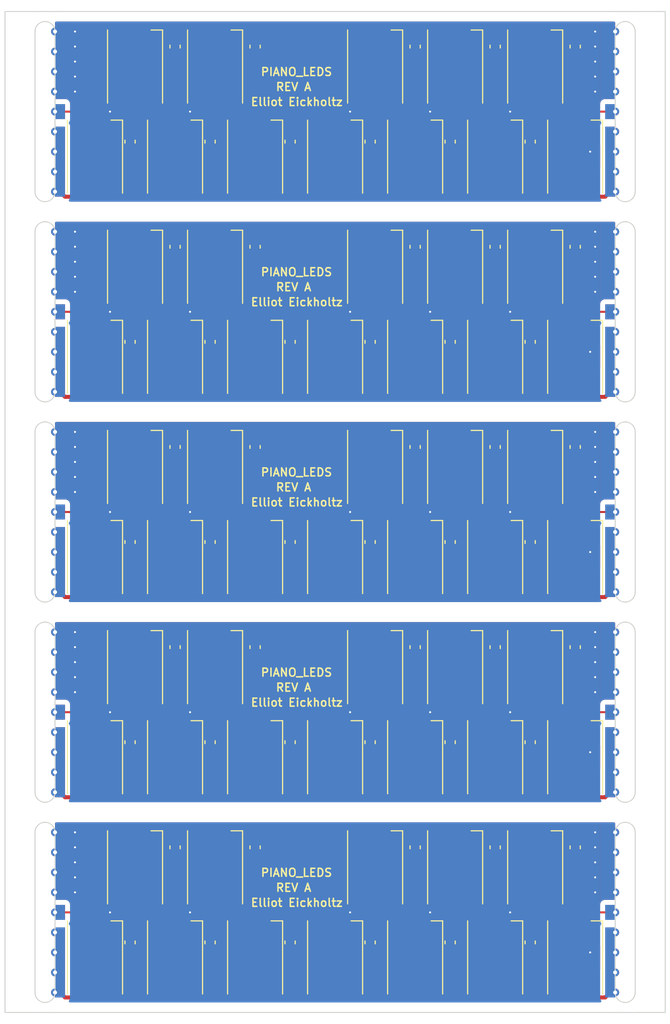
<source format=kicad_pcb>
(kicad_pcb (version 20221018) (generator pcbnew)
  (layers (0 "F.Cu" signal) (31 "B.Cu" signal) (34 "B.Paste" user) (35 "F.Paste" user) (36 "B.SilkS" user "B.Silkscreen") (37 "F.SilkS" user "F.Silkscreen") (38 "B.Mask" user) (39 "F.Mask" user) (44 "Edge.Cuts" user))
  (net 0 "")
  (net 1 "+5V")
  (net 2 "GND")
  (net 3 "Net-(D1-DOUT)")
  (net 4 "DIN")
  (net 5 "Net-(D2-DOUT)")
  (net 6 "Net-(D3-DOUT)")
  (net 7 "Net-(D4-DOUT)")
  (net 8 "Net-(D5-DOUT)")
  (net 9 "Net-(D6-DOUT)")
  (net 10 "DIN_1")
  (net 11 "Net-(D8-DOUT)")
  (net 12 "Net-(D10-DIN)")
  (net 13 "Net-(D10-DOUT)")
  (net 14 "Net-(D11-DOUT)")
  (net 15 "DOUT")
  (footprint "LED_SMD:LED_WS2812B_PLCC4_5.0x5.0mm_P3.2mm" (layer "F.Cu") (at 109.5 101 90)
    (fp_text reference "D5" hide)
    (fp_text value "WS2812B" hide)
  )
  (footprint "LED_SMD:LED_WS2812B_PLCC4_5.0x5.0mm_P3.2mm" (layer "F.Cu") (at 101.5 141 90)
    (fp_text reference "D3" hide)
    (fp_text value "WS2812B" hide)
  )
  (footprint "Capacitor_SMD:C_0603_1608Metric" (layer "F.Cu") (at 129 79.5 90)
    (fp_text reference "C8" hide)
    (fp_text value "100n" hide)
  )
  (footprint "Capacitor_SMD:C_0603_1608Metric" (layer "F.Cu") (at 113 99.5 90)
    (fp_text reference "C5" hide)
    (fp_text value "100n" hide)
  )
  (footprint "LED_SMD:LED_WS2812B_PLCC4_5.0x5.0mm_P3.2mm" (layer "F.Cu") (at 141.5 121 90)
    (fp_text reference "D12" hide)
    (fp_text value "WS2812B" hide)
  )
  (footprint "LED_SMD:LED_WS2812B_PLCC4_5.0x5.0mm_P3.2mm" (layer "F.Cu") (at 101.5 101 90)
    (fp_text reference "D3" hide)
    (fp_text value "WS2812B" hide)
  )
  (footprint "Capacitor_SMD:C_0603_1608Metric" (layer "F.Cu") (at 105 99.5 90)
    (fp_text reference "C3" hide)
    (fp_text value "100n" hide)
  )
  (footprint "LED_SMD:LED_WS2812B_PLCC4_5.0x5.0mm_P3.2mm" (layer "F.Cu") (at 129.5 132 90)
    (fp_text reference "D9" hide)
    (fp_text value "WS2812B" hide)
  )
  (footprint "LED_SMD:LED_WS2812B_PLCC4_5.0x5.0mm_P3.2mm" (layer "F.Cu") (at 93.5 121 90)
    (fp_text reference "D1" hide)
    (fp_text value "WS2812B" hide)
  )
  (footprint "LED_SMD:LED_WS2812B_PLCC4_5.0x5.0mm_P3.2mm" (layer "F.Cu") (at 129.5 52 90)
    (fp_text reference "D9" hide)
    (fp_text value "WS2812B" hide)
  )
  (footprint "LED_SMD:LED_WS2812B_PLCC4_5.0x5.0mm_P3.2mm" (layer "F.Cu") (at 105.5 132 90)
    (fp_text reference "D4" hide)
    (fp_text value "WS2812B" hide)
  )
  (footprint "Capacitor_SMD:C_0603_1608Metric" (layer "F.Cu") (at 121 59.5 90)
    (fp_text reference "C6" hide)
    (fp_text value "100n" hide)
  )
  (footprint "libraries:3-PIN_SOLDER_EDGE" (layer "F.Cu") (at 145 58 90)
    (fp_text reference "J3" hide)
    (fp_text value "Conn_01x03_Pin" hide)
  )
  (footprint "libraries:MOUSE_BITE" (layer "F.Cu") (at 89.25 66.5)
    (fp_text reference "REF**" hide)
    (fp_text value "MOUSE_BITE" hide)
  )
  (footprint "LED_SMD:LED_WS2812B_PLCC4_5.0x5.0mm_P3.2mm" (layer "F.Cu") (at 133.5 61 90)
    (fp_text reference "D10" hide)
    (fp_text value "WS2812B" hide)
  )
  (footprint "LED_SMD:LED_WS2812B_PLCC4_5.0x5.0mm_P3.2mm" (layer "F.Cu") (at 109.5 81 90)
    (fp_text reference "D5" hide)
    (fp_text value "WS2812B" hide)
  )
  (footprint "libraries:MOUSE_BITE" (layer "F.Cu") (at 147.25 86.5)
    (fp_text reference "REF**" hide)
    (fp_text value "MOUSE_BITE" hide)
  )
  (footprint "libraries:MOUSE_BITE" (layer "F.Cu") (at 87.75 146.5)
    (fp_text reference "REF**" hide)
    (fp_text value "MOUSE_BITE" hide)
  )
  (footprint "LED_SMD:LED_WS2812B_PLCC4_5.0x5.0mm_P3.2mm" (layer "F.Cu") (at 137.5 72 90)
    (fp_text reference "D11" hide)
    (fp_text value "WS2812B" hide)
  )
  (footprint "Capacitor_SMD:C_0603_1608Metric" (layer "F.Cu") (at 113 119.5 90)
    (fp_text reference "C5" hide)
    (fp_text value "100n" hide)
  )
  (footprint "LED_SMD:LED_WS2812B_PLCC4_5.0x5.0mm_P3.2mm" (layer "F.Cu") (at 141.5 61 90)
    (fp_text reference "D12" hide)
    (fp_text value "WS2812B" hide)
  )
  (footprint "libraries:MOUSE_BITE" (layer "F.Cu") (at 145.75 66.5)
    (fp_text reference "REF**" hide)
    (fp_text value "MOUSE_BITE" hide)
  )
  (footprint "LED_SMD:LED_WS2812B_PLCC4_5.0x5.0mm_P3.2mm" (layer "F.Cu") (at 105.5 112 90)
    (fp_text reference "D4" hide)
    (fp_text value "WS2812B" hide)
  )
  (footprint "Capacitor_SMD:C_0603_1608Metric" (layer "F.Cu") (at 101.5 110 90)
    (fp_text reference "C2" hide)
    (fp_text value "100n" hide)
  )
  (footprint "libraries:3-PIN_SOLDER_EDGE" (layer "F.Cu") (at 90 58 90)
    (fp_text reference "J2" hide)
    (fp_text value "Conn_01x03_Pin" hide)
  )
  (footprint "libraries:MOUSE_BITE" (layer "F.Cu") (at 145.75 146.5)
    (fp_text reference "REF**" hide)
    (fp_text value "MOUSE_BITE" hide)
  )
  (footprint "LED_SMD:LED_WS2812B_PLCC4_5.0x5.0mm_P3.2mm" (layer "F.Cu") (at 121.5 52 90)
    (fp_text reference "D7" hide)
    (fp_text value "WS2812B" hide)
  )
  (footprint "LED_SMD:LED_WS2812B_PLCC4_5.0x5.0mm_P3.2mm" (layer "F.Cu") (at 125.5 141 90)
    (fp_text reference "D8" hide)
    (fp_text value "WS2812B" hide)
  )
  (footprint "Capacitor_SMD:C_0603_1608Metric" (layer "F.Cu") (at 141.5 70 90)
    (fp_text reference "C11" hide)
    (fp_text value "100n" hide)
  )
  (footprint "libraries:MOUSE_BITE" (layer "F.Cu") (at 147.25 46.5)
    (fp_text reference "REF**" hide)
    (fp_text value "MOUSE_BITE" hide)
  )
  (footprint "Capacitor_SMD:C_0603_1608Metric" (layer "F.Cu") (at 113 59.5 90)
    (fp_text reference "C5" hide)
    (fp_text value "100n" hide)
  )
  (footprint "libraries:MOUSE_BITE" (layer "F.Cu") (at 145.75 126.5)
    (fp_text reference "REF**" hide)
    (fp_text value "MOUSE_BITE" hide)
  )
  (footprint "libraries:3-PIN_SOLDER_EDGE" (layer "F.Cu") (at 145 98 90)
    (fp_text reference "J3" hide)
    (fp_text value "Conn_01x03_Pin" hide)
  )
  (footprint "Capacitor_SMD:C_0603_1608Metric" (layer "F.Cu") (at 109.5 70 90)
    (fp_text reference "C4" hide)
    (fp_text value "100n" hide)
  )
  (footprint "libraries:MOUSE_BITE" (layer "F.Cu") (at 147.25 106.5)
    (fp_text reference "REF**" hide)
    (fp_text value "MOUSE_BITE" hide)
  )
  (footprint "libraries:3-PIN_SOLDER_EDGE" (layer "F.Cu") (at 90 118 90)
    (fp_text reference "J2" hide)
    (fp_text value "Conn_01x03_Pin" hide)
  )
  (footprint "LED_SMD:LED_WS2812B_PLCC4_5.0x5.0mm_P3.2mm" (layer "F.Cu") (at 133.5 101 90)
    (fp_text reference "D10" hide)
    (fp_text value "WS2812B" hide)
  )
  (footprint "Capacitor_SMD:C_0603_1608Metric" (layer "F.Cu") (at 101.5 90 90)
    (fp_text reference "C2" hide)
    (fp_text value "100n" hide)
  )
  (footprint "LED_SMD:LED_WS2812B_PLCC4_5.0x5.0mm_P3.2mm" (layer "F.Cu") (at 133.5 141 90)
    (fp_text reference "D10" hide)
    (fp_text value "WS2812B" hide)
  )
  (footprint "libraries:MOUSE_BITE" (layer "F.Cu") (at 147.25 126.5)
    (fp_text reference "REF**" hide)
    (fp_text value "MOUSE_BITE" hide)
  )
  (footprint "LED_SMD:LED_WS2812B_PLCC4_5.0x5.0mm_P3.2mm" (layer "F.Cu") (at 121.5 72 90)
    (fp_text reference "D7" hide)
    (fp_text value "WS2812B" hide)
  )
  (footprint "LED_SMD:LED_WS2812B_PLCC4_5.0x5.0mm_P3.2mm" (layer "F.Cu") (at 97.5 112 90)
    (fp_text reference "D2" hide)
    (fp_text value "WS2812B" hide)
  )
  (footprint "Capacitor_SMD:C_0603_1608Metric" (layer "F.Cu") (at 105 79.5 90)
    (fp_text reference "C3" hide)
    (fp_text value "100n" hide)
  )
  (footprint "Capacitor_SMD:C_0603_1608Metric" (layer "F.Cu") (at 141.5 110 90)
    (fp_text reference "C11" hide)
    (fp_text value "100n" hide)
  )
  (footprint "LED_SMD:LED_WS2812B_PLCC4_5.0x5.0mm_P3.2mm" (layer "F.Cu") (at 121.5 92 90)
    (fp_text reference "D7" hide)
    (fp_text value "WS2812B" hide)
  )
  (footprint "LED_SMD:LED_WS2812B_PLCC4_5.0x5.0mm_P3.2mm" (layer "F.Cu") (at 93.5 101 90)
    (fp_text reference "D1" hide)
    (fp_text value "WS2812B" hide)
  )
  (footprint "Capacitor_SMD:C_0603_1608Metric" (layer "F.Cu") (at 125.5 50 90)
    (fp_text reference "C7" hide)
    (fp_text value "100n" hide)
  )
  (footprint "Capacitor_SMD:C_0603_1608Metric" (layer "F.Cu") (at 137 139.5 90)
    (fp_text reference "C10" hide)
    (fp_text value "100n" hide)
  )
  (footprint "Capacitor_SMD:C_0603_1608Metric" (layer "F.Cu") (at 125.5 70 90)
    (fp_text reference "C7" hide)
    (fp_text value "100n" hide)
  )
  (footprint "Capacitor_SMD:C_0603_1608Metric" (layer "F.Cu") (at 109.5 130 90)
    (fp_text reference "C4" hide)
    (fp_text value "100n" hide)
  )
  (footprint "Capacitor_SMD:C_0603_1608Metric" (layer "F.Cu") (at 133.5 90 90)
    (fp_text reference "C9" hide)
    (fp_text value "100n" hide)
  )
  (footprint "libraries:3-PIN_SOLDER_EDGE" (layer "F.Cu") (at 90 78 90)
    (fp_text reference "J2" hide)
    (fp_text value "Conn_01x03_Pin" hide)
  )
  (footprint "LED_SMD:LED_WS2812B_PLCC4_5.0x5.0mm_P3.2mm" (layer "F.Cu") (at 133.5 81 90)
    (fp_text reference "D10" hide)
    (fp_text value "WS2812B" hide)
  )
  (footprint "libraries:MOUSE_BITE" (layer "F.Cu") (at 147.25 66.5)
    (fp_text reference "REF**" hide)
    (fp_text value "MOUSE_BITE" hide)
  )
  (footprint "Capacitor_SMD:C_0603_1608Metric" (layer "F.Cu") (at 133.5 70 90)
    (fp_text reference "C9" hide)
    (fp_text value "100n" hide)
  )
  (footprint "libraries:3-PIN_SOLDER_EDGE" (layer "F.Cu") (at 145 138 90)
    (fp_text reference "J3" hide)
    (fp_text value "Conn_01x03_Pin" hide)
  )
  (footprint "LED_SMD:LED_WS2812B_PLCC4_5.0x5.0mm_P3.2mm" (layer "F.Cu") (at 133.5 121 90)
    (fp_text reference "D10" hide)
    (fp_text value "WS2812B" hide)
  )
  (footprint "Capacitor_SMD:C_0603_1608Metric" (layer "F.Cu") (at 125.5 110 90)
    (fp_text reference "C7" hide)
    (fp_text value "100n" hide)
  )
  (footprint "Capacitor_SMD:C_0603_1608Metric" (layer "F.Cu") (at 97 119.5 90)
    (fp_text reference "C1" hide)
    (fp_text value "100n" hide)
  )
  (footprint "Capacitor_SMD:C_0603_1608Metric" (layer "F.Cu") (at 141.5 50 90)
    (fp_text reference "C11" hide)
    (fp_text value "100n" hide)
  )
  (footprint "LED_SMD:LED_WS2812B_PLCC4_5.0x5.0mm_P3.2mm" (layer "F.Cu") (at 141.5 141 90)
    (fp_text reference "D12" hide)
    (fp_text value "WS2812B" hide)
  )
  (footprint "LED_SMD:LED_WS2812B_PLCC4_5.0x5.0mm_P3.2mm" (layer "F.Cu") (at 137.5 52 90)
    (fp_text reference "D11" hide)
    (fp_text value "WS2812B" hide)
  )
  (footprint "libraries:MOUSE_BITE" (layer "F.Cu") (at 87.75 86.5)
    (fp_text reference "REF**" hide)
    (fp_text value "MOUSE_BITE" hide)
  )
  (footprint "libraries:MOUSE_BITE" (layer "F.Cu") (at 147.25 146.5)
    (fp_text reference "REF**" hide)
    (fp_text value "MOUSE_BITE" hide)
  )
  (footprint "libraries:3-PIN_SOLDER_EDGE" (layer "F.Cu") (at 145 78 90)
    (fp_text reference "J3" hide)
    (fp_text value "Conn_01x03_Pin" hide)
  )
  (footprint "LED_SMD:LED_WS2812B_PLCC4_5.0x5.0mm_P3.2mm" (layer "F.Cu") (at 105.5 92 90)
    (fp_text reference "D4" hide)
    (fp_text value "WS2812B" hide)
  )
  (footprint "libraries:MOUSE_BITE" (layer "F.Cu") (at 89.25 86.5)
    (fp_text reference "REF**" hide)
    (fp_text value "MOUSE_BITE" hide)
  )
  (footprint "LED_SMD:LED_WS2812B_PLCC4_5.0x5.0mm_P3.2mm" (layer "F.Cu") (at 109.5 141 90)
    (fp_text reference "D5" hide)
    (fp_text value "WS2812B" hide)
  )
  (footprint "LED_SMD:LED_WS2812B_PLCC4_5.0x5.0mm_P3.2mm" (layer "F.Cu") (at 101.5 61 90)
    (fp_text reference "D3" hide)
    (fp_text value "WS2812B" hide)
  )
  (footprint "libraries:MOUSE_BITE" (layer "F.Cu") (at 145.75 46.5)
    (fp_text reference "REF**" hide)
    (fp_text value "MOUSE_BITE" hide)
  )
  (footprint "LED_SMD:LED_WS2812B_PLCC4_5.0x5.0mm_P3.2mm" (layer "F.Cu") (at 125.5 81 90)
    (fp_text reference "D8" hide)
    (fp_text value "WS2812B" hide)
  )
  (footprint "LED_SMD:LED_WS2812B_PLCC4_5.0x5.0mm_P3.2mm" (layer "F.Cu") (at 125.5 61 90)
    (fp_text reference "D8" hide)
    (fp_text value "WS2812B" hide)
  )
  (footprint "Capacitor_SMD:C_0603_1608Metric" (layer "F.Cu") (at 133.5 110 90)
    (fp_text reference "C9" hide)
    (fp_text value "100n" hide)
  )
  (footprint "Capacitor_SMD:C_0603_1608Metric" (layer "F.Cu") (at 129 139.5 90)
    (fp_text reference "C8" hide)
    (fp_text value "100n" hide)
  )
  (footprint "LED_SMD:LED_WS2812B_PLCC4_5.0x5.0mm_P3.2mm" (layer "F.Cu") (at 97.5 52 90)
    (fp_text reference "D2" hide)
    (fp_text value "WS2812B" hide)
  )
  (footprint "libraries:MOUSE_BITE" (layer "F.Cu") (at 89.25 46.5)
    (fp_text reference "REF**" hide)
    (fp_text value "MOUSE_BITE" hide)
  )
  (footprint "Capacitor_SMD:C_0603_1608Metric" (layer "F.Cu") (at 129 59.5 90)
    (fp_text reference "C8" hide)
    (fp_text value "100n" hide)
  )
  (footprint "LED_SMD:LED_WS2812B_PLCC4_5.0x5.0mm_P3.2mm" (layer "F.Cu") (at 121.5 132 90)
    (fp_text reference "D7" hide)
    (fp_text value "WS2812B" hide)
  )
  (footprint "Capacitor_SMD:C_0603_1608Metric" (layer "F.Cu") (at 109.5 90 90)
    (fp_text reference "C4" hide)
    (fp_text value "100n" hide)
  )
  (footprint "libraries:3-PIN_SOLDER_EDGE" (layer "F.Cu") (at 145 118 90)
    (fp_text reference "J3" hide)
    (fp_text value "Conn_01x03_Pin" hide)
  )
  (footprint "Capacitor_SMD:C_0603_1608Metric" (layer "F.Cu") (at 109.5 50 90)
    (fp_text reference "C4" hide)
    (fp_text value "100n" hide)
  )
  (footprint "Capacitor_SMD:C_0603_1608Metric" (layer "F.Cu") (at 101.5 70 90)
    (fp_text reference "C2" hide)
    (fp_text value "100n" hide)
  )
  (footprint "LED_SMD:LED_WS2812B_PLCC4_5.0x5.0mm_P3.2mm" (layer "F.Cu") (at 101.5 121 90)
    (fp_text reference "D3" hide)
    (fp_text value "WS2812B" hide)
  )
  (footprint "Capacitor_SMD:C_0603_1608Metric" (layer "F.Cu") (at 121 119.5 90)
    (fp_text reference "C6" hide)
    (fp_text value "100n" hide)
  )
  (footprint "LED_SMD:LED_WS2812B_PLCC4_5.0x5.0mm_P3.2mm" (layer "F.Cu") (at 105.5 52 90)
    (fp_text reference "D4" hide)
    (fp_text value "WS2812B" hide)
  )
  (footprint "libraries:MOUSE_BITE" (layer "F.Cu") (at 87.75 46.5)
    (fp_text reference "REF**" hide)
    (fp_text value "MOUSE_BITE" hide)
  )
  (footprint "LED_SMD:LED_WS2812B_PLCC4_5.0x5.0mm_P3.2mm" (layer "F.Cu") (at 101.5 81 90)
    (fp_text reference "D3" hide)
    (fp_text value "WS2812B" hide)
  )
  (footprint "LED_SMD:LED_WS2812B_PLCC4_5.0x5.0mm_P3.2mm" (layer "F.Cu") (at 117.5 121 90)
    (fp_text reference "D6" hide)
    (fp_text value "WS2812B" hide)
  )
  (footprint "Capacitor_SMD:C_0603_1608Metric" (layer "F.Cu") (at 137 59.5 90)
    (fp_text reference "C10" hide)
    (fp_text value "100n" hide)
  )
  (footprint "LED_SMD:LED_WS2812B_PLCC4_5.0x5.0mm_P3.2mm" (layer "F.Cu") (at 117.5 81 90)
    (fp_text reference "D6" hide)
    (fp_text value "WS2812B" hide)
  )
  (footprint "LED_SMD:LED_WS2812B_PLCC4_5.0x5.0mm_P3.2mm" (layer "F.Cu") (at 109.5 61 90)
    (fp_text reference "D5" hide)
    (fp_text value "WS2812B" hide)
  )
  (footprint "Capacitor_SMD:C_0603_1608Metric" (layer "F.Cu") (at 109.5 110 90)
    (fp_text reference "C4" hide)
    (fp_text value "100n" hide)
  )
  (footprint "Capacitor_SMD:C_0603_1608Metric" (layer "F.Cu") (at 137 119.5 90)
    (fp_text reference "C10" hide)
    (fp_text value "100n" hide)
  )
  (footprint "Capacitor_SMD:C_0603_1608Metric" (layer "F.Cu") (at 105 59.5 90)
    (fp_text reference "C3" hide)
    (fp_text value "100n" hide)
  )
  (footprint "Capacitor_SMD:C_0603_1608Metric" (layer "F.Cu") (at 105 139.5 90)
    (fp_text reference "C3" hide)
    (fp_text value "100n" hide)
  )
  (footprint "LED_SMD:LED_WS2812B_PLCC4_5.0x5.0mm_P3.2mm" (layer "F.Cu") (at 105.5 72 90)
    (fp_text reference "D4" hide)
    (fp_text value "WS2812B" hide)
  )
  (footprint "LED_SMD:LED_WS2812B_PLCC4_5.0x5.0mm_P3.2mm" (layer "F.Cu") (at 117.5 101 90)
    (fp_text reference "D6" hide)
    (fp_text value "WS2812B" hide)
  )
  (footprint "libraries:MOUSE_BITE" (layer "F.Cu") (at 89.25 146.5)
    (fp_text reference "REF**" hide)
    (fp_text value "MOUSE_BITE" hide)
  )
  (footprint "LED_SMD:LED_WS2812B_PLCC4_5.0x5.0mm_P3.2mm" (layer "F.Cu") (at 125.5 121 90)
    (fp_text reference "D8" hide)
    (fp_text value "WS2812B" hide)
  )
  (footprint "LED_SMD:LED_WS2812B_PLCC4_5.0x5.0mm_P3.2mm" (layer "F.Cu") (at 121.5 112 90)
    (fp_text reference "D7" hide)
    (fp_text value "WS2812B" hide)
  )
  (footprint "Capacitor_SMD:C_0603_1608Metric" (layer "F.Cu") (at 129 119.5 90)
    (fp_text reference "C8" hide)
    (fp_text value "100n" hide)
  )
  (footprint "libraries:MOUSE_BITE" (layer "F.Cu") (at 145.75 106.5)
    (fp_text reference "REF**" hide)
    (fp_text value "MOUSE_BITE" hide)
  )
  (footprint "libraries:MOUSE_BITE" (layer "F.Cu") (at 89.25 106.5)
    (fp_text reference "REF**" hide)
    (fp_text value "MOUSE_BITE" hide)
  )
  (footprint "libraries:3-PIN_SOLDER_EDGE" (layer "F.Cu") (at 90 98 90)
    (fp_text reference "J2" hide)
    (fp_text value "Conn_01x03_Pin" hide)
  )
  (footprint "Capacitor_SMD:C_0603_1608Metric" (layer "F.Cu") (at 125.5 90 90)
    (fp_text reference "C7" hide)
    (fp_text value "100n" hide)
  )
  (footprint "libraries:MOUSE_BITE" (layer "F.Cu") (at 145.75 86.5)
    (fp_text reference "REF**" hide)
    (fp_text value "MOUSE_BITE" hide)
  )
  (footprint "Capacitor_SMD:C_0603_1608Metric" (layer "F.Cu") (at 137 79.5 90)
    (fp_text reference "C10" hide)
    (fp_text value "100n" hide)
  )
  (footprint "LED_SMD:LED_WS2812B_PLCC4_5.0x5.0mm_P3.2mm" (layer "F.Cu") (at 137.5 92 90)
    (fp_text reference "D11" hide)
    (fp_text value "WS2812B" hide)
  )
  (footprint "LED_SMD:LED_WS2812B_PLCC4_5.0x5.0mm_P3.2mm" (layer "F.Cu") (at 125.5 101 90)
    (fp_text reference "D8" hide)
    (fp_text value "WS2812B" hide)
  )
  (footprint "libraries:3-PIN_SOLDER_EDGE" (layer "F.Cu") (at 90 138 90)
    (fp_text reference "J2" hide)
    (fp_text value "Conn_01x03_Pin" hide)
  )
  (footprint "Capacitor_SMD:C_0603_1608Metric" (layer "F.Cu") (at 97 79.5 90)
    (fp_text reference "C1" hide)
    (fp_text value "100n" hide)
  )
  (footprint "Capacitor_SMD:C_0603_1608Metric" (layer "F.Cu") (at 105 119.5 90)
    (fp_text reference "C3" hide)
    (fp_text value "100n" hide)
  )
  (footprint "LED_SMD:LED_WS2812B_PLCC4_5.0x5.0mm_P3.2mm" (layer "F.Cu") (at 141.5 101 90)
    (fp_text reference "D12" hide)
    (fp_text value "WS2812B" hide)
  )
  (footprint "LED_SMD:LED_WS2812B_PLCC4_5.0x5.0mm_P3.2mm" (layer "F.Cu") (at 93.5 61 90)
    (fp_text reference "D1" hide)
    (fp_text value "WS2812B" hide)
  )
  (footprint "Capacitor_SMD:C_0603_1608Metric" (layer "F.Cu") (at 141.5 130 90)
    (fp_text reference "C11" hide)
    (fp_text value "100n" hide)
  )
  (footprint "libraries:MOUSE_BITE" (layer "F.Cu") (at 87.75 126.5)
    (fp_text reference "REF**" hide)
    (fp_text value "MOUSE_BITE" hide)
  )
  (footprint "Capacitor_SMD:C_0603_1608Metric" (layer "F.Cu") (at 97 139.5 90)
    (fp_text reference "C1" hide)
    (fp_text value "100n" hide)
  )
  (footprint "LED_SMD:LED_WS2812B_PLCC4_5.0x5.0mm_P3.2mm" (layer "F.Cu") (at 137.5 132 90)
    (fp_text reference "D11" hide)
    (fp_text value "WS2812B" hide)
  )
  (footprint "Capacitor_SMD:C_0603_1608Metric" (layer "F.Cu") (at 133.5 50 90)
    (fp_text reference "C9" hide)
    (fp_text value "100n" hide)
  )
  (footprint "LED_SMD:LED_WS2812B_PLCC4_5.0x5.0mm_P3.2mm" (layer "F.Cu") (at 129.5 72 90)
    (fp_text reference "D9" hide)
    (fp_text value "WS2812B" hide)
  )
  (footprint "LED_SMD:LED_WS2812B_PLCC4_5.0x5.0mm_P3.2mm" (layer "F.Cu") (at 93.5 141 90)
    (fp_text reference "D1" hide)
    (fp_text value "WS2812B" hide)
  )
  (footprint "libraries:MOUSE_BITE" (layer "F.Cu") (at 89.25 126.5)
    (fp_text reference "REF**" hide)
    (fp_text value "MOUSE_BITE" hide)
  )
  (footprint "LED_SMD:LED_WS2812B_PLCC4_5.0x5.0mm_P3.2mm" (layer "F.Cu") (at 109.5 121 90)
    (fp_text reference "D5" hide)
    (fp_text value "WS2812B" hide)
  )
  (footprint "LED_SMD:LED_WS2812B_PLCC4_5.0x5.0mm_P3.2mm" (layer "F.Cu") (at 129.5 112 90)
    (fp_text reference "D9" hide)
    (fp_text value "WS2812B" hide)
  )
  (footprint "libraries:MOUSE_BITE" (layer "F.Cu") (at 87.75 106.5)
    (fp_text reference "REF**" hide)
    (fp_text value "MOUSE_BITE" hide)
  )
  (footprint "Capacitor_SMD:C_0603_1608Metric" (layer "F.Cu") (at 113 79.5 90)
    (fp_text reference "C5" hide)
    (fp_text value "100n" hide)
  )
  (footprint "Capacitor_SMD:C_0603_1608Metric" (layer "F.Cu") (at 121 99.5 90)
    (fp_text reference "C6" hide)
    (fp_text value "100n" hide)
  )
  (footprint "LED_SMD:LED_WS2812B_PLCC4_5.0x5.0mm_P3.2mm" (layer "F.Cu") (at 93.5 81 90)
    (fp_text reference "D1" hide)
    (fp_text value "WS2812B" hide)
  )
  (footprint "LED_SMD:LED_WS2812B_PLCC4_5.0x5.0mm_P3.2mm" (layer "F.Cu") (at 97.5 92 90)
    (fp_text reference "D2" hide)
    (fp_text value "WS2812B" hide)
  )
  (footprint "LED_SMD:LED_WS2812B_PLCC4_5.0x5.0mm_P3.2mm" (layer "F.Cu") (at 129.5 92 90)
    (fp_text reference "D9" hide)
    (fp_text value "WS2812B" hide)
  )
  (footprint "LED_SMD:LED_WS2812B_PLCC4_5.0x5.0mm_P3.2mm" (layer "F.Cu") (at 137.5 112 90)
    (fp_text reference "D11" hide)
    (fp_text value "WS2812B" hide)
  )
  (footprint "Capacitor_SMD:C_0603_1608Metric" (layer "F.Cu") (at 141.5 90 90)
    (fp_text reference "C11" hide)
    (fp_text value "100n" hide)
  )
  (footprint "LED_SMD:LED_WS2812B_PLCC4_5.0x5.0mm_P3.2mm" (layer "F.Cu") (at 117.5 61 90)
    (fp_text reference "D6" hide)
    (fp_text value "WS2812B" hide)
  )
  (footprint "LED_SMD:LED_WS2812B_PLCC4_5.0x5.0mm_P3.2mm" (layer "F.Cu") (at 97.5 132 90)
    (fp_text reference "D2" hide)
    (fp_text value "WS2812B" hide)
  )
  (footprint "LED_SMD:LED_WS2812B_PLCC4_5.0x5.0mm_P3.2mm" (layer "F.Cu") (at 97.5 72 90)
    (fp_text reference "D2" hide)
    (fp_text value "WS2812B" hide)
  )
  (footprint "Capacitor_SMD:C_0603_1608Metric" (layer "F.Cu") (at 121 79.5 90)
    (fp_text reference "C6" hide)
    (fp_text value "100n" hide)
  )
  (footprint "LED_SMD:LED_WS2812B_PLCC4_5.0x5.0mm_P3.2mm" (layer "F.Cu") (at 141.5 81 90)
    (fp_text reference "D12" hide)
    (fp_text value "WS2812B" hide)
  )
  (footprint "Capacitor_SMD:C_0603_1608Metric" (layer "F.Cu") (at 97 59.5 90)
    (fp_text reference "C1" hide)
    (fp_text value "100n" hide)
  )
  (footprint "Capacitor_SMD:C_0603_1608Metric" (layer "F.Cu") (at 97 99.5 90)
    (fp_text reference "C1" hide)
    (fp_text value "100n" hide)
  )
  (footprint "libraries:MOUSE_BITE" (layer "F.Cu") (at 87.75 66.5)
    (fp_text reference "REF**" hide)
    (fp_text value "MOUSE_BITE" hide)
  )
  (footprint "Capacitor_SMD:C_0603_1608Metric" (layer "F.Cu") (at 101.5 130 90)
    (fp_text reference "C2" hide)
    (fp_text value "100n" hide)
  )
  (footprint "Capacitor_SMD:C_0603_1608Metric" (layer "F.Cu") (at 133.5 130 90)
    (fp_text reference "C9" hide)
    (fp_text value "100n" hide)
  )
  (footprint "Capacitor_SMD:C_0603_1608Metric" (layer "F.Cu") (at 113 139.5 90)
    (fp_text reference "C5" hide)
    (fp_text value "100n" hide)
  )
  (footprint "Capacitor_SMD:C_0603_1608Metric" (layer "F.Cu") (at 125.5 130 90)
    (fp_text reference "C7" hide)
    (fp_text value "100n" hide)
  )
  (footprint "Capacitor_SMD:C_0603_1608Metric" (layer "F.Cu") (at 121 139.5 90)
    (fp_text reference "C6" hide)
    (fp_text value "100n" hide)
  )
  (footprint "Capacitor_SMD:C_0603_1608Metric" (layer "F.Cu") (at 137 99.5 90)
    (fp_text reference "C10" hide)
    (fp_text value "100n" hide)
  )
  (footprint "LED_SMD:LED_WS2812B_PLCC4_5.0x5.0mm_P3.2mm" (layer "F.Cu") (at 117.5 141 90)
    (fp_text reference "D6" hide)
    (fp_text value "WS2812B" hide)
  )
  (footprint "Capacitor_SMD:C_0603_1608Metric" (layer "F.Cu") (at 129 99.5 90)
    (fp_text reference "C8" hide)
    (fp_text value "100n" hide)
  )
  (footprint "Capacitor_SMD:C_0603_1608Metric" (layer "F.Cu") (at 101.5 50 90)
    (fp_text reference "C2" hide)
    (fp_text value "100n" hide)
  )
  (footprint "libraries:3-PIN_SOLDER_EDGE" (layer "B.Cu") (at 145 78 90)
    (fp_text reference "J4" hide)
    (fp_text value "Conn_01x03_Pin" hide)
  )
  (footprint "libraries:3-PIN_SOLDER_EDGE" (layer "B.Cu") (at 145 58 90)
    (fp_text reference "J4" hide)
    (fp_text value "Conn_01x03_Pin" hide)
  )
  (footprint "libraries:3-PIN_SOLDER_EDGE" (layer "B.Cu") (at 90 98 90)
    (fp_text reference "J5" hide)
    (fp_text value "Conn_01x03_Pin" hide)
  )
  (footprint "libraries:3-PIN_SOLDER_EDGE" (layer "B.Cu") (at 90 58 90)
    (fp_text reference "J5" hide)
    (fp_text value "Conn_01x03_Pin" hide)
  )
  (footprint "libraries:3-PIN_SOLDER_EDGE" (layer "B.Cu") (at 145 98 90)
    (fp_text reference "J4" hide)
    (fp_text value "Conn_01x03_Pin" hide)
  )
  (footprint "libraries:3-PIN_SOLDER_EDGE" (layer "B.Cu") (at 145 118 90)
    (fp_text reference "J4" hide)
    (fp_text value "Conn_01x03_Pin" hide)
  )
  (footprint "libraries:3-PIN_SOLDER_EDGE" (layer "B.Cu") (at 145 138 90)
    (fp_text reference "J4" hide)
    (fp_text value "Conn_01x03_Pin" hide)
  )
  (footprint "libraries:3-PIN_SOLDER_EDGE" (layer "B.Cu") (at 90 78 90)
    (fp_text reference "J5" hide)
    (fp_text value "Conn_01x03_Pin" hide)
  )
  (footprint "libraries:3-PIN_SOLDER_EDGE" (layer "B.Cu") (at 90 118 90)
    (fp_text reference "J5" hide)
    (fp_text value "Conn_01x03_Pin" hide)
  )
  (footprint "libraries:3-PIN_SOLDER_EDGE" (layer "B.Cu") (at 90 138 90)
    (fp_text reference "J5" hide)
    (fp_text value "Conn_01x03_Pin" hide)
  )
  (gr_line (start 84.5 46.5) (end 84.5 146.5) (stroke (width 0.1)) (layer "Edge.Cuts"))
  (gr_line (start 150.5 46.5) (end 150.5 146.5) (stroke (width 0.1)) (layer "Edge.Cuts"))
  (gr_line (start 89.5 108.5) (end 89.5 124.5) (stroke (width 0.1)) (layer "Edge.Cuts"))
  (gr_arc (start 147.5 124.5) (mid 146.5 125.5) (end 145.5 124.5) (stroke (width 0.1)) (layer "Edge.Cuts"))
  (gr_arc (start 89.5 124.5) (mid 88.5 125.5) (end 87.5 124.5) (stroke (width 0.1)) (layer "Edge.Cuts"))
  (gr_arc (start 89.5 64.5) (mid 88.5 65.5) (end 87.5 64.5) (stroke (width 0.1)) (layer "Edge.Cuts"))
  (gr_line (start 89.5 48.5) (end 89.5 64.5) (stroke (width 0.1)) (layer "Edge.Cuts"))
  (gr_line (start 147.5 68.5) (end 147.5 84.5) (stroke (width 0.1)) (layer "Edge.Cuts"))
  (gr_line (start 87.5 88.5) (end 87.5 104.5) (stroke (width 0.1)) (layer "Edge.Cuts"))
  (gr_line (start 150.5 46.5) (end 84.5 46.5) (stroke (width 0.1)) (layer "Edge.Cuts"))
  (gr_line (start 145.5 48.5) (end 145.5 64.5) (stroke (width 0.1)) (layer "Edge.Cuts"))
  (gr_arc (start 145.5 88.5) (mid 146.5 87.5) (end 147.5 88.5) (stroke (width 0.1)) (layer "Edge.Cuts"))
  (gr_arc (start 89.5 84.5) (mid 88.5 85.5) (end 87.5 84.5) (stroke (width 0.1)) (layer "Edge.Cuts"))
  (gr_line (start 145.5 88.5) (end 145.5 104.5) (stroke (width 0.1)) (layer "Edge.Cuts"))
  (gr_line (start 87.5 108.5) (end 87.5 124.5) (stroke (width 0.1)) (layer "Edge.Cuts"))
  (gr_line (start 147.5 48.5) (end 147.5 64.5) (stroke (width 0.1)) (layer "Edge.Cuts"))
  (gr_arc (start 147.5 104.5) (mid 146.5 105.5) (end 145.5 104.5) (stroke (width 0.1)) (layer "Edge.Cuts"))
  (gr_arc (start 147.5 84.5) (mid 146.5 85.5) (end 145.5 84.5) (stroke (width 0.1)) (layer "Edge.Cuts"))
  (gr_arc (start 87.5 68.5) (mid 88.5 67.5) (end 89.5 68.5) (stroke (width 0.1)) (layer "Edge.Cuts"))
  (gr_arc (start 145.5 48.5) (mid 146.5 47.5) (end 147.5 48.5) (stroke (width 0.1)) (layer "Edge.Cuts"))
  (gr_line (start 147.5 88.5) (end 147.5 104.5) (stroke (width 0.1)) (layer "Edge.Cuts"))
  (gr_line (start 89.5 68.5) (end 89.5 84.5) (stroke (width 0.1)) (layer "Edge.Cuts"))
  (gr_arc (start 147.5 144.5) (mid 146.5 145.5) (end 145.5 144.5) (stroke (width 0.1)) (layer "Edge.Cuts"))
  (gr_line (start 145.5 68.5) (end 145.5 84.5) (stroke (width 0.1)) (layer "Edge.Cuts"))
  (gr_arc (start 87.5 108.5) (mid 88.5 107.5) (end 89.5 108.5) (stroke (width 0.1)) (layer "Edge.Cuts"))
  (gr_line (start 89.5 128.5) (end 89.5 144.5) (stroke (width 0.1)) (layer "Edge.Cuts"))
  (gr_line (start 89.5 88.5) (end 89.5 104.5) (stroke (width 0.1)) (layer "Edge.Cuts"))
  (gr_arc (start 89.5 144.5) (mid 88.5 145.5) (end 87.5 144.5) (stroke (width 0.1)) (layer "Edge.Cuts"))
  (gr_arc (start 147.5 64.5) (mid 146.5 65.5) (end 145.5 64.5) (stroke (width 0.1)) (layer "Edge.Cuts"))
  (gr_line (start 87.5 68.5) (end 87.5 84.5) (stroke (width 0.1)) (layer "Edge.Cuts"))
  (gr_line (start 145.5 128.5) (end 145.5 144.5) (stroke (width 0.1)) (layer "Edge.Cuts"))
  (gr_arc (start 87.5 48.5) (mid 88.5 47.5) (end 89.5 48.5) (stroke (width 0.1)) (layer "Edge.Cuts"))
  (gr_arc (start 89.5 104.5) (mid 88.5 105.5) (end 87.5 104.5) (stroke (width 0.1)) (layer "Edge.Cuts"))
  (gr_line (start 147.5 128.5) (end 147.5 144.5) (stroke (width 0.1)) (layer "Edge.Cuts"))
  (gr_line (start 147.5 108.5) (end 147.5 124.5) (stroke (width 0.1)) (layer "Edge.Cuts"))
  (gr_arc (start 145.5 108.5) (mid 146.5 107.5) (end 147.5 108.5) (stroke (width 0.1)) (layer "Edge.Cuts"))
  (gr_arc (start 145.5 128.5) (mid 146.5 127.5) (end 147.5 128.5) (stroke (width 0.1)) (layer "Edge.Cuts"))
  (gr_arc (start 87.5 88.5) (mid 88.5 87.5) (end 89.5 88.5) (stroke (width 0.1)) (layer "Edge.Cuts"))
  (gr_line (start 84.5 146.5) (end 150.5 146.5) (stroke (width 0.1)) (layer "Edge.Cuts"))
  (gr_line (start 145.5 108.5) (end 145.5 124.5) (stroke (width 0.1)) (layer "Edge.Cuts"))
  (gr_arc (start 145.5 68.5) (mid 146.5 67.5) (end 147.5 68.5) (stroke (width 0.1)) (layer "Edge.Cuts"))
  (gr_line (start 87.5 48.5) (end 87.5 64.5) (stroke (width 0.1)) (layer "Edge.Cuts"))
  (gr_arc (start 87.5 128.5) (mid 88.5 127.5) (end 89.5 128.5) (stroke (width 0.1)) (layer "Edge.Cuts"))
  (gr_line (start 87.5 128.5) (end 87.5 144.5) (stroke (width 0.1)) (layer "Edge.Cuts"))
  (gr_text "Elliot Eickholtz" (at 109 56) (layer "F.SilkS") (effects (font (size 0.8 0.8)) (justify left bottom)))
  (gr_text "PIANO_LEDS" (at 110 73) (layer "F.SilkS") (effects (font (size 0.8 0.8)) (justify left bottom)))
  (gr_text "Elliot Eickholtz" (at 109 116) (layer "F.SilkS") (effects (font (size 0.8 0.8)) (justify left bottom)))
  (gr_text "PIANO_LEDS" (at 110 93) (layer "F.SilkS") (effects (font (size 0.8 0.8)) (justify left bottom)))
  (gr_text "PIANO_LEDS" (at 110 133) (layer "F.SilkS") (effects (font (size 0.8 0.8)) (justify left bottom)))
  (gr_text "Elliot Eickholtz" (at 109 96) (layer "F.SilkS") (effects (font (size 0.8 0.8)) (justify left bottom)))
  (gr_text "REV A" (at 111.5 134.5) (layer "F.SilkS") (effects (font (size 0.8 0.8)) (justify left bottom)))
  (gr_text "PIANO_LEDS" (at 110 113) (layer "F.SilkS") (effects (font (size 0.8 0.8)) (justify left bottom)))
  (gr_text "Elliot Eickholtz" (at 109 76) (layer "F.SilkS") (effects (font (size 0.8 0.8)) (justify left bottom)))
  (gr_text "PIANO_LEDS" (at 110 53) (layer "F.SilkS") (effects (font (size 0.8 0.8)) (justify left bottom)))
  (gr_text "REV A" (at 111.5 114.5) (layer "F.SilkS") (effects (font (size 0.8 0.8)) (justify left bottom)))
  (gr_text "Elliot Eickholtz" (at 109 136) (layer "F.SilkS") (effects (font (size 0.8 0.8)) (justify left bottom)))
  (gr_text "REV A" (at 111.5 74.5) (layer "F.SilkS") (effects (font (size 0.8 0.8)) (justify left bottom)))
  (gr_text "REV A" (at 111.5 54.5) (layer "F.SilkS") (effects (font (size 0.8 0.8)) (justify left bottom)))
  (gr_text "REV A" (at 111.5 94.5) (layer "F.SilkS") (effects (font (size 0.8 0.8)) (justify left bottom)))
  (segment (start 97 140.275) (end 97 145) (width 0.4) (layer "F.Cu") (net 1))
  (segment (start 132.375 50.775) (end 133.5 50.775) (width 0.4) (layer "F.Cu") (net 1))
  (segment (start 110.725 80.275) (end 107.85 83.15) (width 0.4) (layer "F.Cu") (net 1))
  (segment (start 138.5 119) (end 138.5 116.25) (width 0.4) (layer "F.Cu") (net 1))
  (segment (start 129 100.275) (end 129.225 100.275) (width 0.4) (layer "F.Cu") (net 1))
  (segment (start 108 65) (end 116 65) (width 0.4) (layer "F.Cu") (net 1))
  (segment (start 105 120.275) (end 105.725 120.275) (width 0.4) (layer "F.Cu") (net 1))
  (segment (start 138.5 96.25) (end 136.7 94.45) (width 0.4) (layer "F.Cu") (net 1))
  (segment (start 97 65) (end 100 65) (width 0.4) (layer "F.Cu") (net 1))
  (segment (start 97 140.275) (end 97.725 140.275) (width 0.4) (layer "F.Cu") (net 1))
  (segment (start 115.85 104.85) (end 116 105) (width 0.4) (layer "F.Cu") (net 1))
  (segment (start 122.5 96.4) (end 122.5 99) (width 0.4) (layer "F.Cu") (net 1))
  (segment (start 124 85) (end 129 85) (width 0.4) (layer "F.Cu") (net 1))
  (segment (start 99.85 84.85) (end 100 85) (width 0.4) (layer "F.Cu") (net 1))
  (segment (start 90 64.5) (end 90.5 65) (width 0.4) (layer "F.Cu") (net 1))
  (segment (start 105 125) (end 108 125) (width 0.4) (layer "F.Cu") (net 1))
  (segment (start 110.725 100.275) (end 107.85 103.15) (width 0.4) (layer "F.Cu") (net 1))
  (segment (start 123.85 63.45) (end 123.85 64.85) (width 0.4) (layer "F.Cu") (net 1))
  (segment (start 99.85 143.45) (end 99.85 144.85) (width 0.4) (layer "F.Cu") (net 1))
  (segment (start 115.85 103.45) (end 115.85 104.85) (width 0.4) (layer "F.Cu") (net 1))
  (segment (start 145 104.5) (end 145 101.5) (width 0.4) (layer "F.Cu") (net 1))
  (segment (start 116 105) (end 121 105) (width 0.4) (layer "F.Cu") (net 1))
  (segment (start 90 101.5) (end 90 104.5) (width 0.4) (layer "F.Cu") (net 1))
  (segment (start 137 140.275) (end 137 145) (width 0.4) (layer "F.Cu") (net 1))
  (segment (start 124.225 50.775) (end 125.5 50.775) (width 0.4) (layer "F.Cu") (net 1))
  (segment (start 138.5 59) (end 138.5 56.25) (width 0.4) (layer "F.Cu") (net 1))
  (segment (start 115.85 63.45) (end 115.85 64.85) (width 0.4) (layer "F.Cu") (net 1))
  (segment (start 97 120.275) (end 97 125) (width 0.4) (layer "F.Cu") (net 1))
  (segment (start 110.725 140.275) (end 107.85 143.15) (width 0.4) (layer "F.Cu") (net 1))
  (segment (start 130.5 116.25) (end 128.7 114.45) (width 0.4) (layer "F.Cu") (net 1))
  (segment (start 123.85 143.45) (end 123.85 144.85) (width 0.4) (layer "F.Cu") (net 1))
  (segment (start 124 65) (end 129 65) (width 0.4) (layer "F.Cu") (net 1))
  (segment (start 132 65) (end 137 65) (width 0.4) (layer "F.Cu") (net 1))
  (segment (start 138.5 99) (end 138.5 96.25) (width 0.4) (layer "F.Cu") (net 1))
  (segment (start 107.85 103.15) (end 107.85 103.45) (width 0.4) (layer "F.Cu") (net 1))
  (segment (start 145 84.5) (end 145 81.5) (width 0.4) (layer "F.Cu") (net 1))
  (segment (start 140.375 70.775) (end 141.5 70.775) (width 0.4) (layer "F.Cu") (net 1))
  (segment (start 95.85 54.45) (end 96.7 54.45) (width 0.4) (layer "F.Cu") (net 1))
  (segment (start 105 60.275) (end 105 65) (width 0.4) (layer "F.Cu") (net 1))
  (segment (start 110.725 80.275) (end 113 80.275) (width 0.4) (layer "F.Cu") (net 1))
  (segment (start 140 125) (end 144.5 125) (width 0.4) (layer "F.Cu") (net 1))
  (segment (start 131.85 123.45) (end 131.85 124.85) (width 0.4) (layer "F.Cu") (net 1))
  (segment (start 98.5 76.25) (end 96.7 74.45) (width 0.4) (layer "F.Cu") (net 1))
  (segment (start 119.85 94.45) (end 120.55 94.45) (width 0.4) (layer "F.Cu") (net 1))
  (segment (start 129 80.275) (end 129.225 80.275) (width 0.4) (layer "F.Cu") (net 1))
  (segment (start 105.725 80.275) (end 106.5 79.5) (width 0.4) (layer "F.Cu") (net 1))
  (segment (start 130.5 96.25) (end 128.7 94.45) (width 0.4) (layer "F.Cu") (net 1))
  (segment (start 115.85 144.85) (end 116 145) (width 0.4) (layer "F.Cu") (net 1))
  (segment (start 129 120.275) (end 129.225 120.275) (width 0.4) (layer "F.Cu") (net 1))
  (segment (start 130.5 119) (end 130.5 116.25) (width 0.4) (layer "F.Cu") (net 1))
  (segment (start 103.85 114.45) (end 104.55 114.45) (width 0.4) (layer "F.Cu") (net 1))
  (segment (start 90 121.5) (end 90 124.5) (width 0.4) (layer "F.Cu") (net 1))
  (segment (start 129 125) (end 132 125) (width 0.4) (layer "F.Cu") (net 1))
  (segment (start 90 61.5) (end 90 64.5) (width 0.4) (layer "F.Cu") (net 1))
  (segment (start 145 124.5) (end 145 121.5) (width 0.4) (layer "F.Cu") (net 1))
  (segment (start 105.725 140.275) (end 106.5 139.5) (width 0.4) (layer "F.Cu") (net 1))
  (segment (start 92 85) (end 97 85) (width 0.4) (layer "F.Cu") (net 1))
  (segment (start 131.85 63.45) (end 131.85 64.85) (width 0.4) (layer "F.Cu") (net 1))
  (segment (start 140.375 90.775) (end 141.5 90.775) (width 0.4) (layer "F.Cu") (net 1))
  (segment (start 140 65) (end 144.5 65) (width 0.4) (layer "F.Cu") (net 1))
  (segment (start 106.5 116.45) (end 104.5 114.45) (width 0.4) (layer "F.Cu") (net 1))
  (segment (start 108 85) (end 116 85) (width 0.4) (layer "F.Cu") (net 1))
  (segment (start 122.5 139) (end 121.225 140.275) (width 0.4) (layer "F.Cu") (net 1))
  (segment (start 105.725 100.275) (end 106.5 99.5) (width 0.4) (layer "F.Cu") (net 1))
  (segment (start 121 65) (end 124 65) (width 0.4) (layer "F.Cu") (net 1))
  (segment (start 135.85 94.45) (end 136.7 94.45) (width 0.4) (layer "F.Cu") (net 1))
  (segment (start 110.725 120.275) (end 113 120.275) (width 0.4) (layer "F.Cu") (net 1))
  (segment (start 100 105) (end 105 105) (width 0.4) (layer "F.Cu") (net 1))
  (segment (start 131.85 144.85) (end 132 145) (width 0.4) (layer "F.Cu") (net 1))
  (segment (start 119.85 74.45) (end 120.55 74.45) (width 0.4) (layer "F.Cu") (net 1))
  (segment (start 98.5 99.5) (end 98.5 96.25) (width 0.4) (layer "F.Cu") (net 1))
  (segment (start 108 145) (end 116 145) (width 0.4) (layer "F.Cu") (net 1))
  (segment (start 97 60.275) (end 97 65) (width 0.4) (layer "F.Cu") (net 1))
  (segment (start 129.225 60.275) (end 130.5 59) (width 0.4) (layer "F.Cu") (net 1))
  (segment (start 121 125) (end 124 125) (width 0.4) (layer "F.Cu") (net 1))
  (segment (start 100.375 90.775) (end 101.5 90.775) (width 0.4) (layer "F.Cu") (net 1))
  (segment (start 95.85 114.45) (end 96.7 114.45) (width 0.4) (layer "F.Cu") (net 1))
  (segment (start 130.5 99) (end 130.5 96.25) (width 0.4) (layer "F.Cu") (net 1))
  (segment (start 90 124.5) (end 90.5 125) (width 0.4) (layer "F.Cu") (net 1))
  (segment (start 139.85 143.45) (end 139.85 144.85) (width 0.4) (layer "F.Cu") (net 1))
  (segment (start 107.85 63.45) (end 107.85 64.85) (width 0.4) (layer "F.Cu") (net 1))
  (segment (start 106.5 56.45) (end 104.5 54.45) (width 0.4) (layer "F.Cu") (net 1))
  (segment (start 123.85 84.85) (end 124 85) (width 0.4) (layer "F.Cu") (net 1))
  (segment (start 105.725 60.275) (end 106.5 59.5) (width 0.4) (layer "F.Cu") (net 1))
  (segment (start 100.375 50.775) (end 101.5 50.775) (width 0.4) (layer "F.Cu") (net 1))
  (segment (start 108 105) (end 116 105) (width 0.4) (layer "F.Cu") (net 1))
  (segment (start 132.375 90.775) (end 133.5 90.775) (width 0.4) (layer "F.Cu") (net 1))
  (segment (start 100.375 130.775) (end 101.5 130.775) (width 0.4) (layer "F.Cu") (net 1))
  (segment (start 96.7 54.45) (end 100.375 50.775) (width 0.4) (layer "F.Cu") (net 1))
  (segment (start 103.85 74.45) (end 104.55 74.45) (width 0.4) (layer "F.Cu") (net 1))
  (segment (start 90 141.5) (end 90 144.5) (width 0.4) (layer "F.Cu") (net 1))
  (segment (start 91.85 84.85) (end 92 85) (width 0.4) (layer "F.Cu") (net 1))
  (segment (start 136.7 134.45) (end 140.375 130.775) (width 0.4) (layer "F.Cu") (net 1))
  (segment (start 129 105) (end 132 105) (width 0.4) (layer "F.Cu") (net 1))
  (segment (start 139.85 123.45) (end 139.85 124.85) (width 0.4) (layer "F.Cu") (net 1))
  (segment (start 145 144.5) (end 145 141.5) (width 0.4) (layer "F.Cu") (net 1))
  (segment (start 108 125) (end 116 125) (width 0.4) (layer "F.Cu") (net 1))
  (segment (start 92 65) (end 97 65) (width 0.4) (layer "F.Cu") (net 1))
  (segment (start 124.225 130.775) (end 125.5 130.775) (width 0.4) (layer "F.Cu") (net 1))
  (segment (start 108.225 90.775) (end 109.5 90.775) (width 0.4) (layer "F.Cu") (net 1))
  (segment (start 138.5 116.25) (end 136.7 114.45) (width 0.4) (layer "F.Cu") (net 1))
  (segment (start 103.85 134.45) (end 104.55 134.45) (width 0.4) (layer "F.Cu") (net 1))
  (segment (start 91.85 123.45) (end 91.85 124.85) (width 0.4) (layer "F.Cu") (net 1))
  (segment (start 121 145) (end 124 145) (width 0.4) (layer "F.Cu") (net 1))
  (segment (start 97.725 120.275) (end 98.5 119.5) (width 0.4) (layer "F.Cu") (net 1))
  (segment (start 139.85 64.85) (end 140 65) (width 0.4) (layer "F.Cu") (net 1))
  (segment (start 105 100.275) (end 105.725 100.275) (width 0.4) (layer "F.Cu") (net 1))
  (segment (start 139.85 103.45) (end 139.85 104.85) (width 0.4) (layer "F.Cu") (net 1))
  (segment (start 107.85 104.85) (end 108 105) (width 0.4) (layer "F.Cu") (net 1))
  (segment (start 91.85 64.85) (end 92 65) (width 0.4) (layer "F.Cu") (net 1))
  (segment (start 97 125) (end 100 125) (width 0.4) (layer "F.Cu") (net 1))
  (segment (start 129 120.275) (end 129 125) (width 0.4) (layer "F.Cu") (net 1))
  (segment (start 106.5 76.45) (end 104.5 74.45) (width 0.4) (layer "F.Cu") (net 1))
  (segment (start 99.85 144.85) (end 100 145) (width 0.4) (layer "F.Cu") (net 1))
  (segment (start 129 85) (end 132 85) (width 0.4) (layer "F.Cu") (net 1))
  (segment (start 121 80.275) (end 121 85) (width 0.4) (layer "F.Cu") (net 1))
  (segment (start 137.225 80.275) (end 138.5 79) (width 0.4) (layer "F.Cu") (net 1))
  (segment (start 137.225 120.275) (end 138.5 119) (width 0.4) (layer "F.Cu") (net 1))
  (segment (start 107.85 143.15) (end 107.85 143.45) (width 0.4) (layer "F.Cu") (net 1))
  (segment (start 90 84.5) (end 90.5 85) (width 0.4) (layer "F.Cu") (net 1))
  (segment (start 137 65) (end 140 65) (width 0.4) (layer "F.Cu") (net 1))
  (segment (start 99.85 63.45) (end 99.85 64.85) (width 0.4) (layer "F.Cu") (net 1))
  (segment (start 123.85 124.85) (end 124 125) (width 0.4) (layer "F.Cu") (net 1))
  (segment (start 121 85) (end 124 85) (width 0.4) (layer "F.Cu") (net 1))
  (segment (start 124 145) (end 129 145) (width 0.4) (layer "F.Cu") (net 1))
  (segment (start 129 60.275) (end 129 65) (width 0.4) (layer "F.Cu") (net 1))
  (segment (start 106.5 59.5) (end 106.5 56.45) (width 0.4) (layer "F.Cu") (net 1))
  (segment (start 100 145) (end 105 145) (width 0.4) (layer "F.Cu") (net 1))
  (segment (start 129.225 120.275) (end 130.5 119) (width 0.4) (layer "F.Cu") (net 1))
  (segment (start 132.375 110.775) (end 133.5 110.775) (width 0.4) (layer "F.Cu") (net 1))
  (segment (start 90.5 85) (end 92 85) (width 0.4) (layer "F.Cu") (net 1))
  (segment (start 139.85 124.85) (end 140 125) (width 0.4) (layer "F.Cu") (net 1))
  (segment (start 129.225 80.275) (end 130.5 79) (width 0.4) (layer "F.Cu") (net 1))
  (segment (start 144.5 145) (end 145 144.5) (width 0.4) (layer "F.Cu") (net 1))
  (segment (start 124 125) (end 129 125) (width 0.4) (layer "F.Cu") (net 1))
  (segment (start 129 80.275) (end 129 85) (width 0.4) (layer "F.Cu") (net 1))
  (segment (start 132 125) (end 137 125) (width 0.4) (layer "F.Cu") (net 1))
  (segment (start 140 145) (end 144.5 145) (width 0.4) (layer "F.Cu") (net 1))
  (segment (start 136.7 94.45) (end 140.375 90.775) (width 0.4) (layer "F.Cu") (net 1))
  (segment (start 105 65) (end 108 65) (width 0.4) (layer "F.Cu") (net 1))
  (segment (start 137 120.275) (end 137.225 120.275) (width 0.4) (layer "F.Cu") (net 1))
  (segment (start 99.85 103.45) (end 99.85 104.85) (width 0.4) (layer "F.Cu") (net 1))
  (segment (start 106.5 79.5) (end 106.5 76.45) (width 0.4) (layer "F.Cu") (net 1))
  (segment (start 97 105) (end 100 105) (width 0.4) (layer "F.Cu") (net 1))
  (segment (start 107.85 83.15) (end 107.85 83.45) (width 0.4) (layer "F.Cu") (net 1))
  (segment (start 120.55 74.45) (end 124.225 70.775) (width 0.4) (layer "F.Cu") (net 1))
  (segment (start 123.85 64.85) (end 124 65) (width 0.4) (layer "F.Cu") (net 1))
  (segment (start 105 85) (end 108 85) (width 0.4) (layer "F.Cu") (net 1))
  (segment (start 107.85 63.15) (end 107.85 63.45) (width 0.4) (layer "F.Cu") (net 1))
  (segment (start 107.85 83.45) (end 107.85 84.85) (width 0.4) (layer "F.Cu") (net 1))
  (segment (start 99.85 104.85) (end 100 105) (width 0.4) (layer "F.Cu") (net 1))
  (segment (start 110.725 100.275) (end 113 100.275) (width 0.4) (layer "F.Cu") (net 1))
  (segment (start 97 60.275) (end 97.725 60.275) (width 0.4) (layer "F.Cu") (net 1))
  (segment (start 123.85 104.85) (end 124 105) (width 0.4) (layer "F.Cu") (net 1))
  (segment (start 121.225 80.275) (end 121 80.275) (width 0.4) (layer "F.Cu") (net 1))
  (segment (start 137 125) (end 140 125) (width 0.4) (layer "F.Cu") (net 1))
  (segment (start 132 105) (end 137 105) (width 0.4) (layer "F.Cu") (net 1))
  (segment (start 105 80.275) (end 105 85) (width 0.4) (layer "F.Cu") (net 1))
  (segment (start 97.725 100.275) (end 98.5 99.5) (width 0.4) (layer "F.Cu") (net 1))
  (segment (start 128.7 134.45) (end 132.375 130.775) (width 0.4) (layer "F.Cu") (net 1))
  (segment (start 115.85 64.85) (end 116 65) (width 0.4) (layer "F.Cu") (net 1))
  (segment (start 97 80.275) (end 97 85) (width 0.4) (layer "F.Cu") (net 1))
  (segment (start 139.85 144.85) (end 140 145) (width 0.4) (layer "F.Cu") (net 1))
  (segment (start 135.85 114.45) (end 136.7 114.45) (width 0.4) (layer "F.Cu") (net 1))
  (segment (start 129 100.275) (end 129 105) (width 0.4) (layer "F.Cu") (net 1))
  (segment (start 105 140.275) (end 105.725 140.275) (width 0.4) (layer "F.Cu") (net 1))
  (segment (start 135.85 54.45) (end 136.7 54.45) (width 0.4) (layer "F.Cu") (net 1))
  (segment (start 107.85 123.15) (end 107.85 123.45) (width 0.4) (layer "F.Cu") (net 1))
  (segment (start 121.225 60.275) (end 121 60.275) (width 0.4) (layer "F.Cu") (net 1))
  (segment (start 97 100.275) (end 97.725 100.275) (width 0.4) (layer "F.Cu") (net 1))
  (segment (start 120.55 54.45) (end 122.5 56.4) (width 0.4) (layer "F.Cu") (net 1))
  (segment (start 119.85 54.45) (end 120.55 54.45) (width 0.4) (layer "F.Cu") (net 1))
  (segment (start 98.5 116.25) (end 96.7 114.45) (width 0.4) (layer "F.Cu") (net 1))
  (segment (start 129.225 100.275) (end 130.5 99) (width 0.4) (layer "F.Cu") (net 1))
  (segment (start 90 81.5) (end 90 84.5) (width 0.4) (layer "F.Cu") (net 1))
  (segment (start 137.225 140.275) (end 138.5 139) (width 0.4) (layer "F.Cu") (net 1))
  (segment (start 121.225 140.275) (end 121 140.275) (width 0.4) (layer "F.Cu") (net 1))
  (segment (start 131.85 104.85) (end 132 105) (width 0.4) (layer "F.Cu") (net 1))
  (segment (start 98.5 96.25) (end 96.7 94.45) (width 0.4) (layer "F.Cu") (net 1))
  (segment (start 137 60.275) (end 137.225 60.275) (width 0.4) (layer "F.Cu") (net 1))
  (segment (start 120.55 134.45) (end 124.225 130.775) (width 0.4) (layer "F.Cu") (net 1))
  (segment (start 123.85 83.45) (end 123.85 84.85) (width 0.4) (layer "F.Cu") (net 1))
  (segment (start 120.55 94.45) (end 124.225 90.775) (width 0.4) (layer "F.Cu") (net 1))
  (segment (start 130.5 139) (end 130.5 136.25) (width 0.4) (layer "F.Cu") (net 1))
  (segment (start 139.85 63.45) (end 139.85 64.85) (width 0.4) (layer "F.Cu") (net 1))
  (segment (start 132 145) (end 137 145) (width 0.4) (layer "F.Cu") (net 1))
  (segment (start 130.5 136.25) (end 128.7 134.45) (width 0.4) (layer "F.Cu") (net 1))
  (segment (start 91.85 63.45) (end 91.85 64.85) (width 0.4) (layer "F.Cu") (net 1))
  (segment (start 123.85 123.45) (end 123.85 124.85) (width 0.4) (layer "F.Cu") (net 1))
  (segment (start 139.85 104.85) (end 140 105) (width 0.4) (layer "F.Cu") (net 1))
  (segment (start 121 60.275) (end 121 65) (width 0.4) (layer "F.Cu") (net 1))
  (segment (start 127.85 94.45) (end 128.7 94.45) (width 0.4) (layer "F.Cu") (net 1))
  (segment (start 138.5 56.25) (end 136.7 54.45) (width 0.4) (layer "F.Cu") (net 1))
  (segment (start 105 145) (end 108 145) (width 0.4) (layer "F.Cu") (net 1))
  (segment (start 97.725 80.275) (end 98.5 79.5) (width 0.4) (layer "F.Cu") (net 1))
  (segment (start 98.5 56.25) (end 96.7 54.45) (width 0.4) (layer "F.Cu") (net 1))
  (segment (start 122.5 56.4) (end 122.5 59) (width 0.4) (layer "F.Cu") (net 1))
  (segment (start 115.85 143.45) (end 115.85 144.85) (width 0.4) (layer "F.Cu") (net 1))
  (segment (start 130.5 59) (end 130.5 56.25) (width 0.4) (layer "F.Cu") (net 1))
  (segment (start 128.7 114.45) (end 132.375 110.775) (width 0.4) (layer "F.Cu") (net 1))
  (segment (start 96.7 94.45) (end 100.375 90.775) (width 0.4) (layer "F.Cu") (net 1))
  (segment (start 103.85 94.45) (end 104.55 94.45) (width 0.4) (layer "F.Cu") (net 1))
  (segment (start 140.375 130.775) (end 141.5 130.775) (width 0.4) (layer "F.Cu") (net 1))
  (segment (start 137 145) (end 140 145) (width 0.4) (layer "F.Cu") (net 1))
  (segment (start 119.85 134.45) (end 120.55 134.45) (width 0.4) (layer "F.Cu") (net 1))
  (segment (start 97 145) (end 100 145) (width 0.4) (layer "F.Cu") (net 1))
  (segment (start 122.5 59) (end 121.225 60.275) (width 0.4) (layer "F.Cu") (net 1))
  (segment (start 137 80.275) (end 137.225 80.275) (width 0.4) (layer "F.Cu") (net 1))
  (segment (start 131.85 124.85) (end 132 125) (width 0.4) (layer "F.Cu") (net 1))
  (segment (start 116 125) (end 121 125) (width 0.4) (layer "F.Cu") (net 1))
  (segment (start 108.225 70.775) (end 109.5 70.775) (width 0.4) (layer "F.Cu") (net 1))
  (segment (start 96.7 134.45) (end 100.375 130.775) (width 0.4) (layer "F.Cu") (net 1))
  (segment (start 131.85 64.85) (end 132 65) (width 0.4) (layer "F.Cu") (net 1))
  (segment (start 115.85 123.45) (end 115.85 124.85) (width 0.4) (layer "F.Cu") (net 1))
  (segment (start 144.5 65) (end 145 64.5) (width 0.4) (layer "F.Cu") (net 1))
  (segment (start 105 140.275) (end 105 145) (width 0.4) (layer "F.Cu") (net 1))
  (segment (start 92 145) (end 97 145) (width 0.4) (layer "F.Cu") (net 1))
  (segment (start 120.55 94.45) (end 122.5 96.4) (width 0.4) (layer "F.Cu") (net 1))
  (segment (start 99.85 83.45) (end 99.85 84.85) (width 0.4) (layer "F.Cu") (net 1))
  (segment (start 106.5 139.5) (end 106.5 136.45) (width 0.4) (layer "F.Cu") (net 1))
  (segment (start 120.55 114.45) (end 122.5 116.4) (width 0.4) (layer "F.Cu") (net 1))
  (segment (start 137 100.275) (end 137.225 100.275) (width 0.4) (layer "F.Cu") (net 1))
  (segment (start 137 120.275) (end 137 125) (width 0.4) (layer "F.Cu") (net 1))
  (segment (start 123.85 144.85) (end 124 145) (width 0.4) (layer "F.Cu") (net 1))
  (segment (start 116 65) (end 121 65) (width 0.4) (layer "F.Cu") (net 1))
  (segment (start 131.85 143.45) (end 131.85 144.85) (width 0.4) (layer "F.Cu") (net 1))
  (segment (start 140.375 110.775) (end 141.5 110.775) (width 0.4) (layer "F.Cu") (net 1))
  (segment (start 129 65) (end 132 65) (width 0.4) (layer "F.Cu") (net 1))
  (segment (start 132 85) (end 137 85) (width 0.4) (layer "F.Cu") (net 1))
  (segment (start 110.725 60.275) (end 107.85 63.15) (width 0.4) (layer "F.Cu") (net 1))
  (segment (start 105 80.275) (end 105.725 80.275) (width 0.4) (layer "F.Cu") (net 1))
  (segment (start 97 120.275) (end 97.725 120.275) (width 0.4) (layer "F.Cu") (net 1))
  (segment (start 107.85 103.45) (end 107.85 104.85) (width 0.4) (layer "F.Cu") (net 1))
  (segment (start 90.5 105) (end 92 105) (width 0.4) (layer "F.Cu") (net 1))
  (segment (start 99.85 124.85) (end 100 125) (width 0.4) (layer "F.Cu") (net 1))
  (segment (start 95.85 74.45) (end 96.7 74.45) (width 0.4) (layer "F.Cu") (net 1))
  (segment (start 104.55 114.45) (end 108.225 110.775) (width 0.4) (layer "F.Cu") (net 1))
  (segment (start 122.5 76.4) (end 122.5 79) (width 0.4) (layer "F.Cu") (net 1))
  (segment (start 100.375 110.775) (end 101.5 110.775) (width 0.4) (layer "F.Cu") (net 1))
  (segment (start 110.725 120.275) (end 107.85 123.15) (width 0.4) (layer "F.Cu") (net 1))
  (segment (start 120.55 134.45) (end 122.5 136.4) (width 0.4) (layer "F.Cu") (net 1))
  (segment (start 104.55 54.45) (end 108.225 50.775) (width 0.4) (layer "F.Cu") (net 1))
  (segment (start 140.375 50.775) (end 141.5 50.775) (width 0.4) (layer "F.Cu") (net 1))
  (segment (start 92 105) (end 97 105) (width 0.4) (layer "F.Cu") (net 1))
  (segment (start 105 60.275) (end 105.725 60.275) (width 0.4) (layer "F.Cu") (net 1))
  (segment (start 100 125) (end 105 125) (width 0.4) (layer "F.Cu") (net 1))
  (segment (start 90.5 125) (end 92 125) (width 0.4) (layer "F.Cu") (net 1))
  (segment (start 120.55 114.45) (end 124.225 110.775) (width 0.4) (layer "F.Cu") (net 1))
  (segment (start 137 85) (end 140 85) (width 0.4) (layer "F.Cu") (net 1))
  (segment (start 137 105) (end 140 105) (width 0.4) (layer "F.Cu") (net 1))
  (segment (start 132.375 130.775) (end 133.5 130.775) (width 0.4) (layer "F.Cu") (net 1))
  (segment (start 103.85 54.45) (end 104.55 54.45) (width 0.4) (layer "F.Cu") (net 1))
  (segment (start 95.85 94.45) (end 96.7 94.45) (width 0.4) (layer "F.Cu") (net 1))
  (segment (start 121 140.275) (end 121 145) (width 0.4) (layer "F.Cu") (net 1))
  (segment (start 138.5 139) (end 138.5 136.25) (width 0.4) (layer "F.Cu") (net 1))
  (segment (start 90.5 65) (end 92 65) (width 0.4) (layer "F.Cu") (net 1))
  (segment (start 92 125) (end 97 125) (width 0.4) (layer "F.Cu") (net 1))
  (segment (start 144.5 105) (end 145 104.5) (width 0.4) (layer "F.Cu") (net 1))
  (segment (start 98.5 139.5) (end 98.5 136.25) (width 0.4) (layer "F.Cu") (net 1))
  (segment (start 129 140.275) (end 129.225 140.275) (width 0.4) (layer "F.Cu") (net 1))
  (segment (start 91.85 143.45) (end 91.85 144.85) (width 0.4) (layer "F.Cu") (net 1))
  (segment (start 107.85 64.85) (end 108 65) (width 0.4) (layer "F.Cu") (net 1))
  (segment (start 97 100.275) (end 97 105) (width 0.4) (layer "F.Cu") (net 1))
  (segment (start 122.5 79) (end 121.225 80.275) (width 0.4) (layer "F.Cu") (net 1))
  (segment (start 128.7 94.45) (end 132.375 90.775) (width 0.4) (layer "F.Cu") (net 1))
  (segment (start 138.5 76.25) (end 136.7 74.45) (width 0.4) (layer "F.Cu") (net 1))
  (segment (start 121 105) (end 124 105) (width 0.4) (layer "F.Cu") (net 1))
  (segment (start 137 60.275) (end 137 65) (width 0.4) (layer "F.Cu") (net 1))
  (segment (start 129 140.275) (end 129 145) (width 0.4) (layer "F.Cu") (net 1))
  (segment (start 107.85 124.85) (end 108 125) (width 0.4) (layer "F.Cu") (net 1))
  (segment (start 129 60.275) (end 129.225 60.275) (width 0.4) (layer "F.Cu") (net 1))
  (segment (start 98.5 59.5) (end 98.5 56.25) (width 0.4) (layer "F.Cu") (net 1))
  (segment (start 137 140.275) (end 137.225 140.275) (width 0.4) (layer "F.Cu") (net 1))
  (segment (start 91.85 104.85) (end 92 105) (width 0.4) (layer "F.Cu") (net 1))
  (segment (start 124.225 70.775) (end 125.5 70.775) (width 0.4) (layer "F.Cu") (net 1))
  (segment (start 139.85 84.85) (end 140 85) (width 0.4) (layer "F.Cu") (net 1))
  (segment (start 122.5 116.4) (end 122.5 119) (width 0.4) (layer "F.Cu") (net 1))
  (segment (start 130.5 76.25) (end 128.7 74.45) (width 0.4) (layer "F.Cu") (net 1))
  (segment (start 137.225 60.275) (end 138.5 59) (width 0.4) (layer "F.Cu") (net 1))
  (segment (start 107.85 143.45) (end 107.85 144.85) (width 0.4) (layer "F.Cu") (net 1))
  (segment (start 108.225 50.775) (end 109.5 50.775) (width 0.4) (layer "F.Cu") (net 1))
  (segment (start 122.5 136.4) (end 122.5 139) (width 0.4) (layer "F.Cu") (net 1))
  (segment (start 121 100.275) (end 121 105) (width 0.4) (layer "F.Cu") (net 1))
  (segment (start 115.85 83.45) (end 115.85 84.85) (width 0.4) (layer "F.Cu") (net 1))
  (segment (start 116 145) (end 121 145) (width 0.4) (layer "F.Cu") (net 1))
  (segment (start 107.85 144.85) (end 108 145) (width 0.4) (layer "F.Cu") (net 1))
  (segment (start 100.375 70.775) (end 101.5 70.775) (width 0.4) (layer "F.Cu") (net 1))
  (segment (start 121.225 100.275) (end 121 100.275) (width 0.4) (layer "F.Cu") (net 1))
  (segment (start 96.7 114.45) (end 100.375 110.775) (width 0.4) (layer "F.Cu") (net 1))
  (segment (start 115.85 84.85) (end 116 85) (width 0.4) (layer "F.Cu") (net 1))
  (segment (start 95.85 134.45) (end 96.7 134.45) (width 0.4) (layer "F.Cu") (net 1))
  (segment (start 91.85 144.85) (end 92 145) (width 0.4) (layer "F.Cu") (net 1))
  (segment (start 106.5 99.5) (end 106.5 96.45) (width 0.4) (layer "F.Cu") (net 1))
  (segment (start 97.725 140.275) (end 98.5 139.5) (width 0.4) (layer "F.Cu") (net 1))
  (segment (start 99.85 123.45) (end 99.85 124.85) (width 0.4) (layer "F.Cu") (net 1))
  (segment (start 116 85) (end 121 85) (width 0.4) (layer "F.Cu") (net 1))
  (segment (start 131.85 83.45) (end 131.85 84.85) (width 0.4) (layer "F.Cu") (net 1))
  (segment (start 129.225 140.275) (end 130.5 139) (width 0.4) (layer "F.Cu") (net 1))
  (segment (start 104.55 94.45) (end 108.225 90.775) (width 0.4) (layer "F.Cu") (net 1))
  (segment (start 124.225 110.775) (end 125.5 110.775) (width 0.4) (layer "F.Cu") (net 1))
  (segment (start 127.85 134.45) (end 128.7 134.45) (width 0.4) (layer "F.Cu") (net 1))
  (segment (start 100 65) (end 105 65) (width 0.4) (layer "F.Cu") (net 1))
  (segment (start 106.5 136.45) (end 104.5 134.45) (width 0.4) (layer "F.Cu") (net 1))
  (segment (start 131.85 84.85) (end 132 85) (width 0.4) (layer "F.Cu") (net 1))
  (segment (start 140 105) (end 144.5 105) (width 0.4) (layer "F.Cu") (net 1))
  (segment (start 105 100.275) (end 105 105) (width 0.4) (layer "F.Cu") (net 1))
  (segment (start 121 120.275) (end 121 125) (width 0.4) (layer "F.Cu") (net 1))
  (segment (start 136.7 74.45) (end 140.375 70.775) (width 0.4) (layer "F.Cu") (net 1))
  (segment (start 122.5 119) (end 121.225 120.275) (width 0.4) (layer "F.Cu") (net 1))
  (segment (start 105 105) (end 108 105) (width 0.4) (layer "F.Cu") (net 1))
  (segment (start 99.85 64.85) (end 100 65) (width 0.4) (layer "F.Cu") (net 1))
  (segment (start 107.85 84.85) (end 108 85) (width 0.4) (layer "F.Cu") (net 1))
  (segment (start 136.7 114.45) (end 140.375 110.775) (width 0.4) (layer "F.Cu") (net 1))
  (segment (start 127.85 54.45) (end 128.7 54.45) (width 0.4) (layer "F.Cu") (net 1))
  (segment (start 139.85 83.45) (end 139.85 84.85) (width 0.4) (layer "F.Cu") (net 1))
  (segment (start 121.225 120.275) (end 121 120.275) (width 0.4) (layer "F.Cu") (net 1))
  (segment (start 107.85 123.45) (end 107.85 124.85) (width 0.4) (layer "F.Cu") (net 1))
  (segment (start 98.5 136.25) (end 96.7 134.45) (width 0.4) (layer "F.Cu") (net 1))
  (segment (start 97.725 60.275) (end 98.5 59.5) (width 0.4) (layer "F.Cu") (net 1))
  (segment (start 144.5 125) (end 145 124.5) (width 0.4) (layer "F.Cu") (net 1))
  (segment (start 119.85 114.45) (end 120.55 114.45) (width 0.4) (layer "F.Cu") (net 1))
  (segment (start 138.5 136.25) (end 136.7 134.45) (width 0.4) (layer "F.Cu") (net 1))
  (segment (start 124.225 90.775) (end 125.5 90.775) (width 0.4) (layer "F.Cu") (net 1))
  (segment (start 130.5 56.25) (end 128.7 54.45) (width 0.4) (layer "F.Cu") (net 1))
  (segment (start 129 145) (end 132 145) (width 0.4) (layer "F.Cu") (net 1))
  (segment (start 128.7 54.45) (end 132.375 50.775) (width 0.4) (layer "F.Cu") (net 1))
  (segment (start 137.225 100.275) (end 138.5 99) (width 0.4) (layer "F.Cu") (net 1))
  (segment (start 135.85 134.45) (end 136.7 134.45) (width 0.4) (layer "F.Cu") (net 1))
  (segment (start 108.225 110.775) (end 109.5 110.775) (width 0.4) (layer "F.Cu") (net 1))
  (segment (start 90 104.5) (end 90.5 105) (width 0.4) (layer "F.Cu") (net 1))
  (segment (start 100 85) (end 105 85) (width 0.4) (layer "F.Cu") (net 1))
  (segment (start 120.55 74.45) (end 122.5 76.4) (width 0.4) (layer "F.Cu") (net 1))
  (segment (start 105.725 120.275) (end 106.5 119.5) (width 0.4) (layer "F.Cu") (net 1))
  (segment (start 97 80.275) (end 97.725 80.275) (width 0.4) (layer "F.Cu") (net 1))
  (segment (start 90.5 145) (end 92 145) (width 0.4) (layer "F.Cu") (net 1))
  (segment (start 124 105) (end 129 105) (width 0.4) (layer "F.Cu") (net 1))
  (segment (start 97 85) (end 100 85) (width 0.4) (layer "F.Cu") (net 1))
  (segment (start 98.5 79.5) (end 98.5 76.25) (width 0.4) (layer "F.Cu") (net 1))
  (segment (start 127.85 74.45) (end 128.7 74.45) (width 0.4) (layer "F.Cu") (net 1))
  (segment (start 115.85 124.85) (end 116 125) (width 0.4) (layer "F.Cu") (net 1))
  (segment (start 120.55 54.45) (end 124.225 50.775) (width 0.4) (layer "F.Cu") (net 1))
  (segment (start 131.85 103.45) (end 131.85 104.85) (width 0.4) (layer "F.Cu") (net 1))
  (segment (start 98.5 119.5) (end 98.5 116.25) (width 0.4) (layer "F.Cu") (net 1))
  (segment (start 122.5 99) (end 121.225 100.275) (width 0.4) (layer "F.Cu") (net 1))
  (segment (start 130.5 79) (end 130.5 76.25) (width 0.4) (layer "F.Cu") (net 1))
  (segment (start 128.7 74.45) (end 132.375 70.775) (width 0.4) (layer "F.Cu") (net 1))
  (segment (start 135.85 74.45) (end 136.7 74.45) (width 0.4) (layer "F.Cu") (net 1))
  (segment (start 136.7 54.45) (end 140.375 50.775) (width 0.4) (layer "F.Cu") (net 1))
  (segment (start 106.5 96.45) (end 104.5 94.45) (width 0.4) (layer "F.Cu") (net 1))
  (segment (start 106.5 119.5) (end 106.5 116.45) (width 0.4) (layer "F.Cu") (net 1))
  (segment (start 110.725 60.275) (end 113 60.275) (width 0.4) (layer "F.Cu") (net 1))
  (segment (start 138.5 79) (end 138.5 76.25) (width 0.4) (layer "F.Cu") (net 1))
  (segment (start 105 120.275) (end 105 125) (width 0.4) (layer "F.Cu") (net 1))
  (segment (start 91.85 103.45) (end 91.85 104.85) (width 0.4) (layer "F.Cu") (net 1))
  (segment (start 91.85 124.85) (end 92 125) (width 0.4) (layer "F.Cu") (net 1))
  (segment (start 104.55 134.45) (end 108.225 130.775) (width 0.4) (layer "F.Cu") (net 1))
  (segment (start 144.5 85) (end 145 84.5) (width 0.4) (layer "F.Cu") (net 1))
  (segment (start 137 80.275) (end 137 85) (width 0.4) (layer "F.Cu") (net 1))
  (segment (start 104.55 74.45) (end 108.225 70.775) (width 0.4) (layer "F.Cu") (net 1))
  (segment (start 127.85 114.45) (end 128.7 114.45) (width 0.4) (layer "F.Cu") (net 1))
  (segment (start 108.225 130.775) (end 109.5 130.775) (width 0.4) (layer "F.Cu") (net 1))
  (segment (start 91.85 83.45) (end 91.85 84.85) (width 0.4) (layer "F.Cu") (net 1))
  (segment (start 123.85 103.45) (end 123.85 104.85) (width 0.4) (layer "F.Cu") (net 1))
  (segment (start 145 64.5) (end 145 61.5) (width 0.4) (layer "F.Cu") (net 1))
  (segment (start 132.375 70.775) (end 133.5 70.775) (width 0.4) (layer "F.Cu") (net 1))
  (segment (start 137 100.275) (end 137 105) (width 0.4) (layer "F.Cu") (net 1))
  (segment (start 96.7 74.45) (end 100.375 70.775) (width 0.4) (layer "F.Cu") (net 1))
  (segment (start 90 144.5) (end 90.5 145) (width 0.4) (layer "F.Cu") (net 1))
  (segment (start 110.725 140.275) (end 113 140.275) (width 0.4) (layer "F.Cu") (net 1))
  (segment (start 140 85) (end 144.5 85) (width 0.4) (layer "F.Cu") (net 1))
  (via (at 145.5 102.5) (size 0.8) (drill 0.4) (layers "F.Cu" "B.Cu") (net 1))
  (via (at 89.5 78.5) (size 0.8) (drill 0.4) (layers "F.Cu" "B.Cu") (net 1))
  (via (at 89.5 98.5) (size 0.8) (drill 0.4) (layers "F.Cu" "B.Cu") (net 1))
  (via (at 89.5 124.5) (size 0.8) (drill 0.4) (layers "F.Cu" "B.Cu") (net 1))
  (via (at 145.5 124.5) (size 0.8) (drill 0.4) (layers "F.Cu" "B.Cu") (net 1))
  (via (at 89.5 100.5) (size 0.8) (drill 0.4) (layers "F.Cu" "B.Cu") (net 1))
  (via (at 145.5 100.5) (size 0.8) (drill 0.4) (layers "F.Cu" "B.Cu") (net 1))
  (via (at 89.5 64.5) (size 0.8) (drill 0.4) (layers "F.Cu" "B.Cu") (net 1))
  (via (at 89.5 104.5) (size 0.8) (drill 0.4) (layers "F.Cu" "B.Cu") (net 1))
  (via (at 145.5 98.5) (size 0.8) (drill 0.4) (layers "F.Cu" "B.Cu") (net 1))
  (via (at 89.5 82.5) (size 0.8) (drill 0.4) (layers "F.Cu" "B.Cu") (net 1))
  (via (at 89.5 118.5) (size 0.8) (drill 0.4) (layers "F.Cu" "B.Cu") (net 1))
  (via (at 145.5 144.5) (size 0.8) (drill 0.4) (layers "F.Cu" "B.Cu") (net 1))
  (via (at 89.5 84.5) (size 0.8) (drill 0.4) (layers "F.Cu" "B.Cu") (net 1))
  (via (at 145.5 80.5) (size 0.8) (drill 0.4) (layers "F.Cu" "B.Cu") (net 1))
  (via (at 89.5 140.5) (size 0.8) (drill 0.4) (layers "F.Cu" "B.Cu") (net 1))
  (via (at 145.5 64.5) (size 0.8) (drill 0.4) (layers "F.Cu" "B.Cu") (net 1))
  (via (at 89.5 60.5) (size 0.8) (drill 0.4) (layers "F.Cu" "B.Cu") (net 1))
  (via (at 145.5 62.5) (size 0.8) (drill 0.4) (layers "F.Cu" "B.Cu") (net 1))
  (via (at 145.5 140.5) (size 0.8) (drill 0.4) (layers "F.Cu" "B.Cu") (net 1))
  (via (at 145.5 122.5) (size 0.8) (drill 0.4) (layers "F.Cu" "B.Cu") (net 1))
  (via (at 145.5 58.5) (size 0.8) (drill 0.4) (layers "F.Cu" "B.Cu") (net 1))
  (via (at 145.5 138.5) (size 0.8) (drill 0.4) (layers "F.Cu" "B.Cu") (net 1))
  (via (at 89.5 144.5) (size 0.8) (drill 0.4) (layers "F.Cu" "B.Cu") (net 1))
  (via (at 145.5 82.5) (size 0.8) (drill 0.4) (layers "F.Cu" "B.Cu") (net 1))
  (via (at 145.5 120.5) (size 0.8) (drill 0.4) (layers "F.Cu" "B.Cu") (net 1))
  (via (at 89.5 122.5) (size 0.8) (drill 0.4) (layers "F.Cu" "B.Cu") (net 1))
  (via (at 145.5 60.5) (size 0.8) (drill 0.4) (layers "F.Cu" "B.Cu") (net 1))
  (via (at 89.5 62.5) (size 0.8) (drill 0.4) (layers "F.Cu" "B.Cu") (net 1))
  (via (at 89.5 80.5) (size 0.8) (drill 0.4) (layers "F.Cu" "B.Cu") (net 1))
  (via (at 89.5 58.5) (size 0.8) (drill 0.4) (layers "F.Cu" "B.Cu") (net 1))
  (via (at 89.5 138.5) (size 0.8) (drill 0.4) (layers "F.Cu" "B.Cu") (net 1))
  (via (at 89.5 142.5) (size 0.8) (drill 0.4) (layers "F.Cu" "B.Cu") (net 1))
  (via (at 145.5 104.5) (size 0.8) (drill 0.4) (layers "F.Cu" "B.Cu") (net 1))
  (via (at 145.5 78.5) (size 0.8) (drill 0.4) (layers "F.Cu" "B.Cu") (net 1))
  (via (at 145.5 118.5) (size 0.8) (drill 0.4) (layers "F.Cu" "B.Cu") (net 1))
  (via (at 89.5 120.5) (size 0.8) (drill 0.4) (layers "F.Cu" "B.Cu") (net 1))
  (via (at 145.5 142.5) (size 0.8) (drill 0.4) (layers "F.Cu" "B.Cu") (net 1))
  (via (at 89.5 102.5) (size 0.8) (drill 0.4) (layers "F.Cu" "B.Cu") (net 1))
  (via (at 145.5 84.5) (size 0.8) (drill 0.4) (layers "F.Cu" "B.Cu") (net 1))
  (segment (start 137 118.725) (end 135.325 118.725) (width 0.4) (layer "F.Cu") (net 2))
  (segment (start 129 58.725) (end 127.325 58.725) (width 0.4) (layer "F.Cu") (net 2))
  (segment (start 97 58.725) (end 95.325 58.725) (width 0.4) (layer "F.Cu") (net 2))
  (segment (start 105 138.725) (end 103.325 138.725) (width 0.4) (layer "F.Cu") (net 2))
  (segment (start 137 98.725) (end 135.325 98.725) (width 0.4) (layer "F.Cu") (net 2))
  (segment (start 97 78.725) (end 95.325 78.725) (width 0.4) (layer "F.Cu") (net 2))
  (segment (start 113 138.725) (end 111.325 138.725) (width 0.4) (layer "F.Cu") (net 2))
  (segment (start 105 118.725) (end 103.325 118.725) (width 0.4) (layer "F.Cu") (net 2))
  (segment (start 127.325 78.725) (end 127.15 78.55) (width 0.4) (layer "F.Cu") (net 2))
  (segment (start 121 98.725) (end 119.325 98.725) (width 0.4) (layer "F.Cu") (net 2))
  (segment (start 111.325 138.725) (end 111.15 138.55) (width 0.4) (layer "F.Cu") (net 2))
  (segment (start 127.325 118.725) (end 127.15 118.55) (width 0.4) (layer "F.Cu") (net 2))
  (segment (start 111.325 58.725) (end 111.15 58.55) (width 0.4) (layer "F.Cu") (net 2))
  (segment (start 97 138.725) (end 95.325 138.725) (width 0.4) (layer "F.Cu") (net 2))
  (segment (start 113 78.725) (end 111.325 78.725) (width 0.4) (layer "F.Cu") (net 2))
  (segment (start 119.325 98.725) (end 119.15 98.55) (width 0.4) (layer "F.Cu") (net 2))
  (segment (start 135.325 98.725) (end 135.15 98.55) (width 0.4) (layer "F.Cu") (net 2))
  (segment (start 97 98.725) (end 95.325 98.725) (width 0.4) (layer "F.Cu") (net 2))
  (segment (start 119.325 78.725) (end 119.15 78.55) (width 0.4) (layer "F.Cu") (net 2))
  (segment (start 103.325 138.725) (end 103.15 138.55) (width 0.4) (layer "F.Cu") (net 2))
  (segment (start 95.325 118.725) (end 95.15 118.55) (width 0.4) (layer "F.Cu") (net 2))
  (segment (start 135.325 58.725) (end 135.15 58.55) (width 0.4) (layer "F.Cu") (net 2))
  (segment (start 127.325 138.725) (end 127.15 138.55) (width 0.4) (layer "F.Cu") (net 2))
  (segment (start 135.325 138.725) (end 135.15 138.55) (width 0.4) (layer "F.Cu") (net 2))
  (segment (start 137 78.725) (end 135.325 78.725) (width 0.4) (layer "F.Cu") (net 2))
  (segment (start 135.325 78.725) (end 135.15 78.55) (width 0.4) (layer "F.Cu") (net 2))
  (segment (start 121 78.725) (end 119.325 78.725) (width 0.4) (layer "F.Cu") (net 2))
  (segment (start 103.325 58.725) (end 103.15 58.55) (width 0.4) (layer "F.Cu") (net 2))
  (segment (start 95.325 58.725) (end 95.15 58.55) (width 0.4) (layer "F.Cu") (net 2))
  (segment (start 95.325 78.725) (end 95.15 78.55) (width 0.4) (layer "F.Cu") (net 2))
  (segment (start 95.325 98.725) (end 95.15 98.55) (width 0.4) (layer "F.Cu") (net 2))
  (segment (start 103.325 78.725) (end 103.15 78.55) (width 0.4) (layer "F.Cu") (net 2))
  (segment (start 119.325 118.725) (end 119.15 118.55) (width 0.4) (layer "F.Cu") (net 2))
  (segment (start 111.325 78.725) (end 111.15 78.55) (width 0.4) (layer "F.Cu") (net 2))
  (segment (start 111.325 118.725) (end 111.15 118.55) (width 0.4) (layer "F.Cu") (net 2))
  (segment (start 121 58.725) (end 119.325 58.725) (width 0.4) (layer "F.Cu") (net 2))
  (segment (start 113 98.725) (end 111.325 98.725) (width 0.4) (layer "F.Cu") (net 2))
  (segment (start 129 98.725) (end 127.325 98.725) (width 0.4) (layer "F.Cu") (net 2))
  (segment (start 113 58.725) (end 111.325 58.725) (width 0.4) (layer "F.Cu") (net 2))
  (segment (start 129 118.725) (end 127.325 118.725) (width 0.4) (layer "F.Cu") (net 2))
  (segment (start 97 118.725) (end 95.325 118.725) (width 0.4) (layer "F.Cu") (net 2))
  (segment (start 111.325 98.725) (end 111.15 98.55) (width 0.4) (layer "F.Cu") (net 2))
  (segment (start 129 78.725) (end 127.325 78.725) (width 0.4) (layer "F.Cu") (net 2))
  (segment (start 113 118.725) (end 111.325 118.725) (width 0.4) (layer "F.Cu") (net 2))
  (segment (start 105 98.725) (end 103.325 98.725) (width 0.4) (layer "F.Cu") (net 2))
  (segment (start 105 58.725) (end 103.325 58.725) (width 0.4) (layer "F.Cu") (net 2))
  (segment (start 95.325 138.725) (end 95.15 138.55) (width 0.4) (layer "F.Cu") (net 2))
  (segment (start 119.325 138.725) (end 119.15 138.55) (width 0.4) (layer "F.Cu") (net 2))
  (segment (start 135.325 118.725) (end 135.15 118.55) (width 0.4) (layer "F.Cu") (net 2))
  (segment (start 127.325 58.725) (end 127.15 58.55) (width 0.4) (layer "F.Cu") (net 2))
  (segment (start 119.325 58.725) (end 119.15 58.55) (width 0.4) (layer "F.Cu") (net 2))
  (segment (start 137 58.725) (end 135.325 58.725) (width 0.4) (layer "F.Cu") (net 2))
  (segment (start 121 118.725) (end 119.325 118.725) (width 0.4) (layer "F.Cu") (net 2))
  (segment (start 103.325 98.725) (end 103.15 98.55) (width 0.4) (layer "F.Cu") (net 2))
  (segment (start 137 138.725) (end 135.325 138.725) (width 0.4) (layer "F.Cu") (net 2))
  (segment (start 129 138.725) (end 127.325 138.725) (width 0.4) (layer "F.Cu") (net 2))
  (segment (start 127.325 98.725) (end 127.15 98.55) (width 0.4) (layer "F.Cu") (net 2))
  (segment (start 121 138.725) (end 119.325 138.725) (width 0.4) (layer "F.Cu") (net 2))
  (segment (start 105 78.725) (end 103.325 78.725) (width 0.4) (layer "F.Cu") (net 2))
  (segment (start 103.325 118.725) (end 103.15 118.55) (width 0.4) (layer "F.Cu") (net 2))
  (via (at 143 100.5) (size 0.45) (drill 0.2) (layers "F.Cu" "B.Cu") (net 2))
  (via (at 143.5 134.5) (size 0.45) (drill 0.2) (layers "F.Cu" "B.Cu") (net 2))
  (via (at 127 56.5) (size 0.45) (drill 0.2) (layers "F.Cu" "B.Cu") (net 2))
  (via (at 91.5 90) (size 0.45) (drill 0.2) (layers "F.Cu" "B.Cu") (net 2))
  (via (at 95 56.5) (size 0.45) (drill 0.2) (layers "F.Cu" "B.Cu") (net 2))
  (via (at 91.5 68.5) (size 0.45) (drill 0.2) (layers "F.Cu" "B.Cu") (net 2))
  (via (at 103 116.5) (size 0.45) (drill 0.2) (layers "F.Cu" "B.Cu") (net 2))
  (via (at 145.5 48.5) (size 0.8) (drill 0.4) (layers "F.Cu" "B.Cu") (net 2))
  (via (at 91.5 93) (size 0.45) (drill 0.2) (layers "F.Cu" "B.Cu") (net 2))
  (via (at 127 96.5) (size 0.45) (drill 0.2) (layers "F.Cu" "B.Cu") (net 2))
  (via (at 89.5 54.5) (size 0.8) (drill 0.4) (layers "F.Cu" "B.Cu") (net 2))
  (via (at 89.5 70.5) (size 0.8) (drill 0.4) (layers "F.Cu" "B.Cu") (net 2))
  (via (at 145.5 88.5) (size 0.8) (drill 0.4) (layers "F.Cu" "B.Cu") (net 2))
  (via (at 91.5 88.5) (size 0.45) (drill 0.2) (layers "F.Cu" "B.Cu") (net 2))
  (via (at 145.5 90.5) (size 0.8) (drill 0.4) (layers "F.Cu" "B.Cu") (net 2))
  (via (at 143.5 94.5) (size 0.45) (drill 0.2) (layers "F.Cu" "B.Cu") (net 2))
  (via (at 91.5 110) (size 0.45) (drill 0.2) (layers "F.Cu" "B.Cu") (net 2))
  (via (at 91.5 108.5) (size 0.45) (drill 0.2) (layers "F.Cu" "B.Cu") (net 2))
  (via (at 143 60.5) (size 0.45) (drill 0.2) (layers "F.Cu" "B.Cu") (net 2))
  (via (at 91.5 74.5) (size 0.45) (drill 0.2) (layers "F.Cu" "B.Cu") (net 2))
  (via (at 143.5 71.5) (size 0.45) (drill 0.2) (layers "F.Cu" "B.Cu") (net 2))
  (via (at 143.5 73) (size 0.45) (drill 0.2) (layers "F.Cu" "B.Cu") (net 2))
  (via (at 145.5 68.5) (size 0.8) (drill 0.4) (layers "F.Cu" "B.Cu") (net 2))
  (via (at 89.5 52.5) (size 0.8) (drill 0.4) (layers "F.Cu" "B.Cu") (net 2))
  (via (at 145.5 110.5) (size 0.8) (drill 0.4) (layers "F.Cu" "B.Cu") (net 2))
  (via (at 89.5 90.5) (size 0.8) (drill 0.4) (layers "F.Cu" "B.Cu") (net 2))
  (via (at 145.5 128.5) (size 0.8) (drill 0.4) (layers "F.Cu" "B.Cu") (net 2))
  (via (at 143.5 130) (size 0.45) (drill 0.2) (layers "F.Cu" "B.Cu") (net 2))
  (via (at 145.5 54.5) (size 0.8) (drill 0.4) (layers "F.Cu" "B.Cu") (net 2))
  (via (at 145.5 132.5) (size 0.8) (drill 0.4) (layers "F.Cu" "B.Cu") (net 2))
  (via (at 135 76.5) (size 0.45) (drill 0.2) (layers "F.Cu" "B.Cu") (net 2))
  (via (at 91.5 114.5) (size 0.45) (drill 0.2) (layers "F.Cu" "B.Cu") (net 2))
  (via (at 91.5 131.5) (size 0.45) (drill 0.2) (layers "F.Cu" "B.Cu") (net 2))
  (via (at 143 140.5) (size 0.45) (drill 0.2) (layers "F.Cu" "B.Cu") (net 2))
  (via (at 135 96.5) (size 0.45) (drill 0.2) (layers "F.Cu" "B.Cu") (net 2))
  (via (at 127 76.5) (size 0.45) (drill 0.2) (layers "F.Cu" "B.Cu") (net 2))
  (via (at 89.5 112.5) (size 0.8) (drill 0.4) (layers "F.Cu" "B.Cu") (net 2))
  (via (at 91.5 134.5) (size 0.45) (drill 0.2) (layers "F.Cu" "B.Cu") (net 2))
  (via (at 143.5 133) (size 0.45) (drill 0.2) (layers "F.Cu" "B.Cu") (net 2))
  (via (at 89.5 88.5) (size 0.8) (drill 0.4) (layers "F.Cu" "B.Cu") (net 2))
  (via (at 143.5 53) (size 0.45) (drill 0.2) (layers "F.Cu" "B.Cu") (net 2))
  (via (at 119 96.5) (size 0.45) (drill 0.2) (layers "F.Cu" "B.Cu") (net 2))
  (via (at 143.5 68.5) (size 0.45) (drill 0.2) (layers "F.Cu" "B.Cu") (net 2))
  (via (at 95 96.5) (size 0.45) (drill 0.2) (layers "F.Cu" "B.Cu") (net 2))
  (via (at 145.5 112.5) (size 0.8) (drill 0.4) (layers "F.Cu" "B.Cu") (net 2))
  (via (at 119 116.5) (size 0.45) (drill 0.2) (layers "F.Cu" "B.Cu") (net 2))
  (via (at 91.5 48.5) (size 0.45) (drill 0.2) (layers "F.Cu" "B.Cu") (net 2))
  (via (at 143.5 50) (size 0.45) (drill 0.2) (layers "F.Cu" "B.Cu") (net 2))
  (via (at 91.5 130) (size 0.45) (drill 0.2) (layers "F.Cu" "B.Cu") (net 2))
  (via (at 91.5 91.5) (size 0.45) (drill 0.2) (layers "F.Cu" "B.Cu") (net 2))
  (via (at 103 136.5) (size 0.45) (drill 0.2) (layers "F.Cu" "B.Cu") (net 2))
  (via (at 145.5 114.5) (size 0.8) (drill 0.4) (layers "F.Cu" "B.Cu") (net 2))
  (via (at 91.5 94.5) (size 0.45) (drill 0.2) (layers "F.Cu" "B.Cu") (net 2))
  (via (at 91.5 73) (size 0.45) (drill 0.2) (layers "F.Cu" "B.Cu") (net 2))
  (via (at 91.5 113) (size 0.45) (drill 0.2) (layers "F.Cu" "B.Cu") (net 2))
  (via (at 91.5 51.5) (size 0.45) (drill 0.2) (layers "F.Cu" "B.Cu") (net 2))
  (via (at 89.5 108.5) (size 0.8) (drill 0.4) (layers "F.Cu" "B.Cu") (net 2))
  (via (at 89.5 92.5) (size 0.8) (drill 0.4) (layers "F.Cu" "B.Cu") (net 2))
  (via (at 95 136.5) (size 0.45) (drill 0.2) (layers "F.Cu" "B.Cu") (net 2))
  (via (at 143.5 48.5) (size 0.45) (drill 0.2) (layers "F.Cu" "B.Cu") (net 2))
  (via (at 89.5 68.5) (size 0.8) (drill 0.4) (layers "F.Cu" "B.Cu") (net 2))
  (via (at 145.5 50.5) (size 0.8) (drill 0.4) (layers "F.Cu" "B.Cu") (net 2))
  (via (at 143.5 74.5) (size 0.45) (drill 0.2) (layers "F.Cu" "B.Cu") (net 2))
  (via (at 143.5 90) (size 0.45) (drill 0.2) (layers "F.Cu" "B.Cu") (net 2))
  (via (at 143.5 111.5) (size 0.45) (drill 0.2) (layers "F.Cu" "B.Cu") (net 2))
  (via (at 89.5 134.5) (size 0.8) (drill 0.4) (layers "F.Cu" "B.Cu") (net 2))
  (via (at 145.5 74.5) (size 0.8) (drill 0.4) (layers "F.Cu" "B.Cu") (net 2))
  (via (at 91.5 50) (size 0.45) (drill 0.2) (layers "F.Cu" "B.Cu") (net 2))
  (via (at 143 120.5) (size 0.45) (drill 0.2) (layers "F.Cu" "B.Cu") (net 2))
  (via (at 135 116.5) (size 0.45) (drill 0.2) (layers "F.Cu" "B.Cu") (net 2))
  (via (at 143.5 108.5) (size 0.45) (drill 0.2) (layers "F.Cu" "B.Cu") (net 2))
  (via (at 89.5 110.5) (size 0.8) (drill 0.4) (layers "F.Cu" "B.Cu") (net 2))
  (via (at 89.5 130.5) (size 0.8) (drill 0.4) (layers "F.Cu" "B.Cu") (net 2))
  (via (at 119 76.5) (size 0.45) (drill 0.2) (layers "F.Cu" "B.Cu") (net 2))
  (via (at 143.5 93) (size 0.45) (drill 0.2) (layers "F.Cu" "B.Cu") (net 2))
  (via (at 89.5 94.5) (size 0.8) (drill 0.4) (layers "F.Cu" "B.Cu") (net 2))
  (via (at 91.5 128.5) (size 0.45) (drill 0.2) (layers "F.Cu" "B.Cu") (net 2))
  (via (at 103 96.5) (size 0.45) (drill 0.2) (layers "F.Cu" "B.Cu") (net 2))
  (via (at 127 136.5) (size 0.45) (drill 0.2) (layers "F.Cu" "B.Cu") (net 2))
  (via (at 89.5 50.5) (size 0.8) (drill 0.4) (layers "F.Cu" "B.Cu") (net 2))
  (via (at 135 56.5) (size 0.45) (drill 0.2) (layers "F.Cu" "B.Cu") (net 2))
  (via (at 89.5 132.5) (size 0.8) (drill 0.4) (layers "F.Cu" "B.Cu") (net 2))
  (via (at 143.5 88.5) (size 0.45) (drill 0.2) (layers "F.Cu" "B.Cu") (net 2))
  (via (at 143.5 128.5) (size 0.45) (drill 0.2) (layers "F.Cu" "B.Cu") (net 2))
  (via (at 145.5 134.5) (size 0.8) (drill 0.4) (layers "F.Cu" "B.Cu") (net 2))
  (via (at 143.5 114.5) (size 0.45) (drill 0.2) (layers "F.Cu" "B.Cu") (net 2))
  (via (at 143.5 54.5) (size 0.45) (drill 0.2) (layers "F.Cu" "B.Cu") (net 2))
  (via (at 135 136.5) (size 0.45) (drill 0.2) (layers "F.Cu" "B.Cu") (net 2))
  (via (at 91.5 54.5) (size 0.45) (drill 0.2) (layers "F.Cu" "B.Cu") (net 2))
  (via (at 91.5 133) (size 0.45) (drill 0.2) (layers "F.Cu" "B.Cu") (net 2))
  (via (at 119 136.5) (size 0.45) (drill 0.2) (layers "F.Cu" "B.Cu") (net 2))
  (via (at 91.5 71.5) (size 0.45) (drill 0.2) (layers "F.Cu" "B.Cu") (net 2))
  (via (at 145.5 52.5) (size 0.8) (drill 0.4) (layers "F.Cu" "B.Cu") (net 2))
  (via (at 145.5 94.5) (size 0.8) (drill 0.4) (layers "F.Cu" "B.Cu") (net 2))
  (via (at 103 76.5) (size 0.45) (drill 0.2) (layers "F.Cu" "B.Cu") (net 2))
  (via (at 145.5 130.5) (size 0.8) (drill 0.4) (layers "F.Cu" "B.Cu") (net 2))
  (via (at 91.5 111.5) (size 0.45) (drill 0.2) (layers "F.Cu" "B.Cu") (net 2))
  (via (at 145.5 92.5) (size 0.8) (drill 0.4) (layers "F.Cu" "B.Cu") (net 2))
  (via (at 143.5 91.5) (size 0.45) (drill 0.2) (layers "F.Cu" "B.Cu") (net 2))
  (via (at 143.5 51.5) (size 0.45) (drill 0.2) (layers "F.Cu" "B.Cu") (net 2))
  (via (at 89.5 48.5) (size 0.8) (drill 0.4) (layers "F.Cu" "B.Cu") (net 2))
  (via (at 143 80.5) (size 0.45) (drill 0.2) (layers "F.Cu" "B.Cu") (net 2))
  (via (at 103 56.5) (size 0.45) (drill 0.2) (layers "F.Cu" "B.Cu") (net 2))
  (via (at 145.5 70.5) (size 0.8) (drill 0.4) (layers "F.Cu" "B.Cu") (net 2))
  (via (at 143.5 131.5) (size 0.45) (drill 0.2) (layers "F.Cu" "B.Cu") (net 2))
  (via (at 145.5 108.5) (size 0.8) (drill 0.4) (layers "F.Cu" "B.Cu") (net 2))
  (via (at 143.5 113) (size 0.45) (drill 0.2) (layers "F.Cu" "B.Cu") (net 2))
  (via (at 119 56.5) (size 0.45) (drill 0.2) (layers "F.Cu" "B.Cu") (net 2))
  (via (at 89.5 114.5) (size 0.8) (drill 0.4) (layers "F.Cu" "B.Cu") (net 2))
  (via (at 143.5 110) (size 0.45) (drill 0.2) (layers "F.Cu" "B.Cu") (net 2))
  (via (at 143.5 70) (size 0.45) (drill 0.2) (layers "F.Cu" "B.Cu") (net 2))
  (via (at 145.5 72.5) (size 0.8) (drill 0.4) (layers "F.Cu" "B.Cu") (net 2))
  (via (at 91.5 70) (size 0.45) (drill 0.2) (layers "F.Cu" "B.Cu") (net 2))
  (via (at 127 116.5) (size 0.45) (drill 0.2) (layers "F.Cu" "B.Cu") (net 2))
  (via (at 95 116.5) (size 0.45) (drill 0.2) (layers "F.Cu" "B.Cu") (net 2))
  (via (at 95 76.5) (size 0.45) (drill 0.2) (layers "F.Cu" "B.Cu") (net 2))
  (via (at 89.5 74.5) (size 0.8) (drill 0.4) (layers "F.Cu" "B.Cu") (net 2))
  (via (at 89.5 72.5) (size 0.8) (drill 0.4) (layers "F.Cu" "B.Cu") (net 2))
  (via (at 89.5 128.5) (size 0.8) (drill 0.4) (layers "F.Cu" "B.Cu") (net 2))
  (via (at 91.5 53) (size 0.45) (drill 0.2) (layers "F.Cu" "B.Cu") (net 2))
  (segment (start 95.15 123.15) (end 93 121) (width 0.2) (layer "F.Cu") (net 3))
  (segment (start 95.15 123.45) (end 95.15 123.15) (width 0.2) (layer "F.Cu") (net 3))
  (segment (start 95.15 63.45) (end 95.15 63.15) (width 0.2) (layer "F.Cu") (net 3))
  (segment (start 93 101) (end 93 93.5) (width 0.2) (layer "F.Cu") (net 3))
  (segment (start 95.15 83.45) (end 95.15 83.15) (width 0.2) (layer "F.Cu") (net 3))
  (segment (start 95.85 130.65) (end 95.85 129.55) (width 0.2) (layer "F.Cu") (net 3))
  (segment (start 93 81) (end 93 73.5) (width 0.2) (layer "F.Cu") (net 3))
  (segment (start 93 113.5) (end 95.85 110.65) (width 0.2) (layer "F.Cu") (net 3))
  (segment (start 95.15 103.15) (end 93 101) (width 0.2) (layer "F.Cu") (net 3))
  (segment (start 95.15 63.15) (end 93 61) (width 0.2) (layer "F.Cu") (net 3))
  (segment (start 95.15 143.15) (end 93 141) (width 0.2) (layer "F.Cu") (net 3))
  (segment (start 95.85 110.65) (end 95.85 109.55) (width 0.2) (layer "F.Cu") (net 3))
  (segment (start 93 141) (end 93 133.5) (width 0.2) (layer "F.Cu") (net 3))
  (segment (start 93 121) (end 93 113.5) (width 0.2) (layer "F.Cu") (net 3))
  (segment (start 95.85 50.65) (end 95.85 49.55) (width 0.2) (layer "F.Cu") (net 3))
  (segment (start 95.85 90.65) (end 95.85 89.55) (width 0.2) (layer "F.Cu") (net 3))
  (segment (start 93 93.5) (end 95.85 90.65) (width 0.2) (layer "F.Cu") (net 3))
  (segment (start 95.15 103.45) (end 95.15 103.15) (width 0.2) (layer "F.Cu") (net 3))
  (segment (start 95.85 70.65) (end 95.85 69.55) (width 0.2) (layer "F.Cu") (net 3))
  (segment (start 93 133.5) (end 95.85 130.65) (width 0.2) (layer "F.Cu") (net 3))
  (segment (start 93 73.5) (end 95.85 70.65) (width 0.2) (layer "F.Cu") (net 3))
  (segment (start 93 53.5) (end 95.85 50.65) (width 0.2) (layer "F.Cu") (net 3))
  (segment (start 95.15 83.15) (end 93 81) (width 0.2) (layer "F.Cu") (net 3))
  (segment (start 93 61) (end 93 53.5) (width 0.2) (layer "F.Cu") (net 3))
  (segment (start 95.15 143.45) (end 95.15 143.15) (width 0.2) (layer "F.Cu") (net 3))
  (segment (start 91 56.5) (end 91.85 57.35) (width 0.2) (layer "F.Cu") (net 4))
  (segment (start 91 116.5) (end 91.85 117.35) (width 0.2) (layer "F.Cu") (net 4))
  (segment (start 89.5 116.5) (end 91 116.5) (width 0.2) (layer "F.Cu") (net 4))
  (segment (start 89.5 76.5) (end 91 76.5) (width 0.2) (layer "F.Cu") (net 4))
  (segment (start 91 76.5) (end 91.85 77.35) (width 0.2) (layer "F.Cu") (net 4))
  (segment (start 89.5 136.5) (end 91 136.5) (width 0.2) (layer "F.Cu") (net 4))
  (segment (start 90 56.5) (end 89.5 56.5) (width 0.2) (layer "F.Cu") (net 4))
  (segment (start 90 116.5) (end 89.5 116.5) (width 0.2) (layer "F.Cu") (net 4))
  (segment (start 89.5 96.5) (end 91 96.5) (width 0.2) (layer "F.Cu") (net 4))
  (segment (start 91.85 57.35) (end 91.85 58.55) (width 0.2) (layer "F.Cu") (net 4))
  (segment (start 91 96.5) (end 91.85 97.35) (width 0.2) (layer "F.Cu") (net 4))
  (segment (start 91 136.5) (end 91.85 137.35) (width 0.2) (layer "F.Cu") (net 4))
  (segment (start 90 96.5) (end 89.5 96.5) (width 0.2) (layer "F.Cu") (net 4))
  (segment (start 91.85 97.35) (end 91.85 98.55) (width 0.2) (layer "F.Cu") (net 4))
  (segment (start 90 136.5) (end 89.5 136.5) (width 0.2) (layer "F.Cu") (net 4))
  (segment (start 91.85 137.35) (end 91.85 138.55) (width 0.2) (layer "F.Cu") (net 4))
  (segment (start 89.5 56.5) (end 91 56.5) (width 0.2) (layer "F.Cu") (net 4))
  (segment (start 91.85 77.35) (end 91.85 78.55) (width 0.2) (layer "F.Cu") (net 4))
  (segment (start 90 76.5) (end 89.5 76.5) (width 0.2) (layer "F.Cu") (net 4))
  (segment (start 91.85 117.35) (end 91.85 118.55) (width 0.2) (layer "F.Cu") (net 4))
  (via (at 89.5 96.5) (size 0.8) (drill 0.4) (layers "F.Cu" "B.Cu") (net 4))
  (via (at 89.5 136.5) (size 0.8) (drill 0.4) (layers "F.Cu" "B.Cu") (net 4))
  (via (at 89.5 116.5) (size 0.8) (drill 0.4) (layers "F.Cu" "B.Cu") (net 4))
  (via (at 89.5 76.5) (size 0.8) (drill 0.4) (layers "F.Cu" "B.Cu") (net 4))
  (via (at 89.5 56.5) (size 0.8) (drill 0.4) (layers "F.Cu" "B.Cu") (net 4))
  (segment (start 99.15 134.45) (end 99.5 134.8) (width 0.2) (layer "F.Cu") (net 5))
  (segment (start 99.15 114.45) (end 99.5 114.8) (width 0.2) (layer "F.Cu") (net 5))
  (segment (start 99.5 138.2) (end 99.85 138.55) (width 0.2) (layer "F.Cu") (net 5))
  (segment (start 99.15 94.45) (end 99.5 94.8) (width 0.2) (layer "F.Cu") (net 5))
  (segment (start 99.5 134.8) (end 99.5 138.2) (width 0.2) (layer "F.Cu") (net 5))
  (segment (start 99.5 54.8) (end 99.5 58.2) (width 0.2) (layer "F.Cu") (net 5))
  (segment (start 99.5 94.8) (end 99.5 98.2) (width 0.2) (layer "F.Cu") (net 5))
  (segment (start 99.15 54.45) (end 99.5 54.8) (width 0.2) (layer "F.Cu") (net 5))
  (segment (start 99.5 74.8) (end 99.5 78.2) (width 0.2) (layer "F.Cu") (net 5))
  (segment (start 99.5 114.8) (end 99.5 118.2) (width 0.2) (layer "F.Cu") (net 5))
  (segment (start 99.5 58.2) (end 99.85 58.55) (width 0.2) (layer "F.Cu") (net 5))
  (segment (start 99.5 118.2) (end 99.85 118.55) (width 0.2) (layer "F.Cu") (net 5))
  (segment (start 99.5 78.2) (end 99.85 78.55) (width 0.2) (layer "F.Cu") (net 5))
  (segment (start 99.15 74.45) (end 99.5 74.8) (width 0.2) (layer "F.Cu") (net 5))
  (segment (start 99.5 98.2) (end 99.85 98.55) (width 0.2) (layer "F.Cu") (net 5))
  (segment (start 103.15 63.15) (end 101 61) (width 0.2) (layer "F.Cu") (net 6))
  (segment (start 101 141) (end 101 133.5) (width 0.2) (layer "F.Cu") (net 6))
  (segment (start 101 93.5) (end 103.85 90.65) (width 0.2) (layer "F.Cu") (net 6))
  (segment (start 101 121) (end 101 113.5) (width 0.2) (layer "F.Cu") (net 6))
  (segment (start 103.15 103.15) (end 101 101) (width 0.2) (layer "F.Cu") (net 6))
  (segment (start 103.15 143.15) (end 101 141) (width 0.2) (layer "F.Cu") (net 6))
  (segment (start 103.15 123.15) (end 101 121) (width 0.2) (layer "F.Cu") (net 6))
  (segment (start 103.15 83.15) (end 101 81) (width 0.2) (layer "F.Cu") (net 6))
  (segment (start 103.85 130.65) (end 103.85 129.55) (width 0.2) (layer "F.Cu") (net 6))
  (segment (start 101 113.5) (end 103.85 110.65) (width 0.2) (layer "F.Cu") (net 6))
  (segment (start 101 73.5) (end 103.85 70.65) (width 0.2) (layer "F.Cu") (net 6))
  (segment (start 103.85 110.65) (end 103.85 109.55) (width 0.2) (layer "F.Cu") (net 6))
  (segment (start 103.85 50.65) (end 103.85 49.55) (width 0.2) (layer "F.Cu") (net 6))
  (segment (start 103.15 123.45) (end 103.15 123.15) (width 0.2) (layer "F.Cu") (net 6))
  (segment (start 103.15 143.45) (end 103.15 143.15) (width 0.2) (layer "F.Cu") (net 6))
  (segment (start 101 53.5) (end 103.85 50.65) (width 0.2) (layer "F.Cu") (net 6))
  (segment (start 103.15 63.45) (end 103.15 63.15) (width 0.2) (layer "F.Cu") (net 6))
  (segment (start 103.85 70.65) (end 103.85 69.55) (width 0.2) (layer "F.Cu") (net 6))
  (segment (start 101 101) (end 101 93.5) (width 0.2) (layer "F.Cu") (net 6))
  (segment (start 101 133.5) (end 103.85 130.65) (width 0.2) (layer "F.Cu") (net 6))
  (segment (start 103.15 83.45) (end 103.15 83.15) (width 0.2) (layer "F.Cu") (net 6))
  (segment (start 103.15 103.45) (end 103.15 103.15) (width 0.2) (layer "F.Cu") (net 6))
  (segment (start 101 61) (end 101 53.5) (width 0.2) (layer "F.Cu") (net 6))
  (segment (start 103.85 90.65) (end 103.85 89.55) (width 0.2) (layer "F.Cu") (net 6))
  (segment (start 101 81) (end 101 73.5) (width 0.2) (layer "F.Cu") (net 6))
  (segment (start 107.5 74.8) (end 107.5 78.2) (width 0.2) (layer "F.Cu") (net 7))
  (segment (start 107.5 78.2) (end 107.85 78.55) (width 0.2) (layer "F.Cu") (net 7))
  (segment (start 107.15 94.45) (end 107.5 94.8) (width 0.2) (layer "F.Cu") (net 7))
  (segment (start 107.5 114.8) (end 107.5 118.2) (width 0.2) (layer "F.Cu") (net 7))
  (segment (start 107.5 94.8) (end 107.5 98.2) (width 0.2) (layer "F.Cu") (net 7))
  (segment (start 107.5 118.2) (end 107.85 118.55) (width 0.2) (layer "F.Cu") (net 7))
  (segment (start 107.5 54.8) (end 107.5 58.2) (width 0.2) (layer "F.Cu") (net 7))
  (segment (start 107.15 54.45) (end 107.5 54.8) (width 0.2) (layer "F.Cu") (net 7))
  (segment (start 107.5 138.2) (end 107.85 138.55) (width 0.2) (layer "F.Cu") (net 7))
  (segment (start 107.5 98.2) (end 107.85 98.55) (width 0.2) (layer "F.Cu") (net 7))
  (segment (start 107.15 134.45) (end 107.5 134.8) (width 0.2) (layer "F.Cu") (net 7))
  (segment (start 107.5 134.8) (end 107.5 138.2) (width 0.2) (layer "F.Cu") (net 7))
  (segment (start 107.15 114.45) (end 107.5 114.8) (width 0.2) (layer "F.Cu") (net 7))
  (segment (start 107.5 58.2) (end 107.85 58.55) (width 0.2) (layer "F.Cu") (net 7))
  (segment (start 107.15 74.45) (end 107.5 74.8) (width 0.2) (layer "F.Cu") (net 7))
  (segment (start 112 121.5) (end 115 121.5) (width 0.2) (layer "F.Cu") (net 8))
  (segment (start 115 141.5) (end 115.85 140.65) (width 0.2) (layer "F.Cu") (net 8))
  (segment (start 115 101.5) (end 115.85 100.65) (width 0.2) (layer "F.Cu") (net 8))
  (segment (start 111.15 63.45) (end 111.15 62.35) (width 0.2) (layer "F.Cu") (net 8))
  (segment (start 111.15 102.35) (end 112 101.5) (width 0.2) (layer "F.Cu") (net 8))
  (segment (start 111.15 122.35) (end 112 121.5) (width 0.2) (layer "F.Cu") (net 8))
  (segment (start 115 81.5) (end 115.85 80.65) (width 0.2) (layer "F.Cu") (net 8))
  (segment (start 111.15 142.35) (end 112 141.5) (width 0.2) (layer "F.Cu") (net 8))
  (segment (start 111.15 82.35) (end 112 81.5) (width 0.2) (layer "F.Cu") (net 8))
  (segment (start 111.15 62.35) (end 112 61.5) (width 0.2) (layer "F.Cu") (net 8))
  (segment (start 111.15 83.45) (end 111.15 82.35) (width 0.2) (layer "F.Cu") (net 8))
  (segment (start 111.15 123.45) (end 111.15 122.35) (width 0.2) (layer "F.Cu") (net 8))
  (segment (start 111.15 103.45) (end 111.15 102.35) (width 0.2) (layer "F.Cu") (net 8))
  (segment (start 112 61.5) (end 115 61.5) (width 0.2) (layer "F.Cu") (net 8))
  (segment (start 112 81.5) (end 115 81.5) (width 0.2) (layer "F.Cu") (net 8))
  (segment (start 115.85 140.65) (end 115.85 138.55) (width 0.2) (layer "F.Cu") (net 8))
  (segment (start 115.85 120.65) (end 115.85 118.55) (width 0.2) (layer "F.Cu") (net 8))
  (segment (start 111.15 143.45) (end 111.15 142.35) (width 0.2) (layer "F.Cu") (net 8))
  (segment (start 112 141.5) (end 115 141.5) (width 0.2) (layer "F.Cu") (net 8))
  (segment (start 115.85 60.65) (end 115.85 58.55) (width 0.2) (layer "F.Cu") (net 8))
  (segment (start 115 121.5) (end 115.85 120.65) (width 0.2) (layer "F.Cu") (net 8))
  (segment (start 115 61.5) (end 115.85 60.65) (width 0.2) (layer "F.Cu") (net 8))
  (segment (start 115.85 100.65) (end 115.85 98.55) (width 0.2) (layer "F.Cu") (net 8))
  (segment (start 115.85 80.65) (end 115.85 78.55) (width 0.2) (layer "F.Cu") (net 8))
  (segment (start 112 101.5) (end 115 101.5) (width 0.2) (layer "F.Cu") (net 8))
  (segment (start 119.15 103.45) (end 119.15 103.15) (width 0.2) (layer "F.Cu") (net 9))
  (segment (start 117 121) (end 117 113.5) (width 0.2) (layer "F.Cu") (net 9))
  (segment (start 119.15 143.45) (end 119.15 143.15) (width 0.2) (layer "F.Cu") (net 9))
  (segment (start 119.15 83.45) (end 119.15 83.15) (width 0.2) (layer "F.Cu") (net 9))
  (segment (start 117 133.5) (end 119.85 130.65) (width 0.2) (layer "F.Cu") (net 9))
  (segment (start 117 101) (end 117 93.5) (width 0.2) (layer "F.Cu") (net 9))
  (segment (start 117 141) (end 117 133.5) (width 0.2) (layer "F.Cu") (net 9))
  (segment (start 119.15 143.15) (end 117 141) (width 0.2) (layer "F.Cu") (net 9))
  (segment (start 117 73.5) (end 119.85 70.65) (width 0.2) (layer "F.Cu") (net 9))
  (segment (start 119.15 63.45) (end 119.15 63.15) (width 0.2) (layer "F.Cu") (net 9))
  (segment (start 119.15 103.15) (end 117 101) (width 0.2) (layer "F.Cu") (net 9))
  (segment (start 119.15 83.15) (end 117 81) (width 0.2) (layer "F.Cu") (net 9))
  (segment (start 119.85 110.65) (end 119.85 109.55) (width 0.2) (layer "F.Cu") (net 9))
  (segment (start 119.85 130.65) (end 119.85 129.55) (width 0.2) (layer "F.Cu") (net 9))
  (segment (start 117 93.5) (end 119.85 90.65) (width 0.2) (layer "F.Cu") (net 9))
  (segment (start 117 81) (end 117 73.5) (width 0.2) (layer "F.Cu") (net 9))
  (segment (start 117 53.5) (end 119.85 50.65) (width 0.2) (layer "F.Cu") (net 9))
  (segment (start 119.85 90.65) (end 119.85 89.55) (width 0.2) (layer "F.Cu") (net 9))
  (segment (start 119.15 63.15) (end 117 61) (width 0.2) (layer "F.Cu") (net 9))
  (segment (start 119.85 50.65) (end 119.85 49.55) (width 0.2) (layer "F.Cu") (net 9))
  (segment (start 117 113.5) (end 119.85 110.65) (width 0.2) (layer "F.Cu") (net 9))
  (segment (start 119.85 70.65) (end 119.85 69.55) (width 0.2) (layer "F.Cu") (net 9))
  (segment (start 119.15 123.45) (end 119.15 123.15) (width 0.2) (layer "F.Cu") (net 9))
  (segment (start 117 61) (end 117 53.5) (width 0.2) (layer "F.Cu") (net 9))
  (segment (start 119.15 123.15) (end 117 121) (width 0.2) (layer "F.Cu") (net 9))
  (segment (start 123.5 78.2) (end 123.85 78.55) (width 0.2) (layer "F.Cu") (net 10))
  (segment (start 123.5 118.2) (end 123.85 118.55) (width 0.2) (layer "F.Cu") (net 10))
  (segment (start 123.5 74.8) (end 123.5 78.2) (width 0.2) (layer "F.Cu") (net 10))
  (segment (start 123.5 134.8) (end 123.5 138.2) (width 0.2) (layer "F.Cu") (net 10))
  (segment (start 123.5 94.8) (end 123.5 98.2) (width 0.2) (layer "F.Cu") (net 10))
  (segment (start 123.15 94.45) (end 123.5 94.8) (width 0.2) (layer "F.Cu") (net 10))
  (segment (start 123.5 98.2) (end 123.85 98.55) (width 0.2) (layer "F.Cu") (net 10))
  (segment (start 123.5 58.2) (end 123.85 58.55) (width 0.2) (layer "F.Cu") (net 10))
  (segment (start 123.15 134.45) (end 123.5 134.8) (width 0.2) (layer "F.Cu") (net 10))
  (segment (start 123.5 138.2) (end 123.85 138.55) (width 0.2) (layer "F.Cu") (net 10))
  (segment (start 123.5 114.8) (end 123.5 118.2) (width 0.2) (layer "F.Cu") (net 10))
  (segment (start 123.15 54.45) (end 123.5 54.8) (width 0.2) (layer "F.Cu") (net 10))
  (segment (start 123.15 114.45) (end 123.5 114.8) (width 0.2) (layer "F.Cu") (net 10))
  (segment (start 123.5 54.8) (end 123.5 58.2) (width 0.2) (layer "F.Cu") (net 10))
  (segment (start 123.15 74.45) (end 123.5 74.8) (width 0.2) (layer "F.Cu") (net 10))
  (segment (start 125 100) (end 125 93.5) (width 0.2) (layer "F.Cu") (net 11))
  (segment (start 127.15 143.45) (end 127.15 142.15) (width 0.2) (layer "F.Cu") (net 11))
  (segment (start 127.15 63.45) (end 127.15 62.15) (width 0.2) (layer "F.Cu") (net 11))
  (segment (start 125 120) (end 125 113.5) (width 0.2) (layer "F.Cu") (net 11))
  (segment (start 125 73.5) (end 127.85 70.65) (width 0.2) (layer "F.Cu") (net 11))
  (segment (start 127.15 122.15) (end 125 120) (width 0.2) (layer "F.Cu") (net 11))
  (segment (start 127.15 142.15) (end 125 140) (width 0.2) (layer "F.Cu") (net 11))
  (segment (start 127.15 103.45) (end 127.15 102.15) (width 0.2) (layer "F.Cu") (net 11))
  (segment (start 127.85 130.65) (end 127.85 129.55) (width 0.2) (layer "F.Cu") (net 11))
  (segment (start 127.15 123.45) (end 127.15 122.15) (width 0.2) (layer "F.Cu") (net 11))
  (segment (start 127.85 110.65) (end 127.85 109.55) (width 0.2) (layer "F.Cu") (net 11))
  (segment (start 125 113.5) (end 127.85 110.65) (width 0.2) (layer "F.Cu") (net 11))
  (segment (start 125 80) (end 125 73.5) (width 0.2) (layer "F.Cu") (net 11))
  (segment (start 127.85 70.65) (end 127.85 69.55) (width 0.2) (layer "F.Cu") (net 11))
  (segment (start 127.85 50.65) (end 127.85 49.55) (width 0.2) (layer "F.Cu") (net 11))
  (segment (start 125 140) (end 125 133.5) (width 0.2) (layer "F.Cu") (net 11))
  (segment (start 125 93.5) (end 127.85 90.65) (width 0.2) (layer "F.Cu") (net 11))
  (segment (start 127.15 62.15) (end 125 60) (width 0.2) (layer "F.Cu") (net 11))
  (segment (start 127.15 102.15) (end 125 100) (width 0.2) (layer "F.Cu") (net 11))
  (segment (start 127.15 82.15) (end 125 80) (width 0.2) (layer "F.Cu") (net 11))
  (segment (start 127.15 83.45) (end 127.15 82.15) (width 0.2) (layer "F.Cu") (net 11))
  (segment (start 127.85 90.65) (end 127.85 89.55) (width 0.2) (layer "F.Cu") (net 11))
  (segment (start 125 53.5) (end 127.85 50.65) (width 0.2) (layer "F.Cu") (net 11))
  (segment (start 125 60) (end 125 53.5) (width 0.2) (layer "F.Cu") (net 11))
  (segment (start 125 133.5) (end 127.85 130.65) (width 0.2) (layer "F.Cu") (net 11))
  (segment (start 131.5 134.8) (end 131.5 138.2) (width 0.2) (layer "F.Cu") (net 12))
  (segment (start 131.5 78.2) (end 131.85 78.55) (width 0.2) (layer "F.Cu") (net 12))
  (segment (start 131.15 94.45) (end 131.5 94.8) (width 0.2) (layer "F.Cu") (net 12))
  (segment (start 131.5 118.2) (end 131.85 118.55) (width 0.2) (layer "F.Cu") (net 12))
  (segment (start 131.5 54.8) (end 131.5 58.2) (width 0.2) (layer "F.Cu") (net 12))
  (segment (start 131.5 138.2) (end 131.85 138.55) (width 0.2) (layer "F.Cu") (net 12))
  (segment (start 131.5 98.2) (end 131.85 98.55) (width 0.2) (layer "F.Cu") (net 12))
  (segment (start 131.15 114.45) (end 131.5 114.8) (width 0.2) (layer "F.Cu") (net 12))
  (segment (start 131.5 114.8) (end 131.5 118.2) (width 0.2) (layer "F.Cu") (net 12))
  (segment (start 131.15 134.45) (end 131.5 134.8) (width 0.2) (layer "F.Cu") (net 12))
  (segment (start 131.15 74.45) (end 131.5 74.8) (width 0.2) (layer "F.Cu") (net 12))
  (segment (start 131.15 54.45) (end 131.5 54.8) (width 0.2) (layer "F.Cu") (net 12))
  (segment (start 131.5 74.8) (end 131.5 78.2) (width 0.2) (layer "F.Cu") (net 12))
  (segment (start 131.5 94.8) (end 131.5 98.2) (width 0.2) (layer "F.Cu") (net 12))
  (segment (start 131.5 58.2) (end 131.85 58.55) (width 0.2) (layer "F.Cu") (net 12))
  (segment (start 135.15 143.45) (end 135.15 142.3) (width 0.2) (layer "F.Cu") (net 13))
  (segment (start 133 60.15) (end 133 53.5) (width 0.2) (layer "F.Cu") (net 13))
  (segment (start 133 53.5) (end 135.85 50.65) (width 0.2) (layer "F.Cu") (net 13))
  (segment (start 135.85 110.65) (end 135.85 109.55) (width 0.2) (layer "F.Cu") (net 13))
  (segment (start 135.15 63.45) (end 135.15 62.3) (width 0.2) (layer "F.Cu") (net 13))
  (segment (start 135.15 122.3) (end 133 120.15) (width 0.2) (layer "F.Cu") (net 13))
  (segment (start 133 80.15) (end 133 73.5) (width 0.2) (layer "F.Cu") (net 13))
  (segment (start 135.85 70.65) (end 135.85 69.55) (width 0.2) (layer "F.Cu") (net 13))
  (segment (start 133 113.5) (end 135.85 110.65) (width 0.2) (layer "F.Cu") (net 13))
  (segment (start 135.85 90.65) (end 135.85 89.55) (width 0.2) (layer "F.Cu") (net 13))
  (segment (start 135.15 142.3) (end 133 140.15) (width 0.2) (layer "F.Cu") (net 13))
  (segment (start 135.85 130.65) (end 135.85 129.55) (width 0.2) (layer "F.Cu") (net 13))
  (segment (start 133 73.5) (end 135.85 70.65) (width 0.2) (layer "F.Cu") (net 13))
  (segment (start 135.15 62.3) (end 133 60.15) (width 0.2) (layer "F.Cu") (net 13))
  (segment (start 133 93.5) (end 135.85 90.65) (width 0.2) (layer "F.Cu") (net 13))
  (segment (start 133 140.15) (end 133 133.5) (width 0.2) (layer "F.Cu") (net 13))
  (segment (start 133 100.15) (end 133 93.5) (width 0.2) (layer "F.Cu") (net 13))
  (segment (start 135.15 123.45) (end 135.15 122.3) (width 0.2) (layer "F.Cu") (net 13))
  (segment (start 133 120.15) (end 133 113.5) (width 0.2) (layer "F.Cu") (net 13))
  (segment (start 135.15 82.3) (end 133 80.15) (width 0.2) (layer "F.Cu") (net 13))
  (segment (start 135.85 50.65) (end 135.85 49.55) (width 0.2) (layer "F.Cu") (net 13))
  (segment (start 135.15 102.3) (end 133 100.15) (width 0.2) (layer "F.Cu") (net 13))
  (segment (start 135.15 103.45) (end 135.15 102.3) (width 0.2) (layer "F.Cu") (net 13))
  (segment (start 135.15 83.45) (end 135.15 82.3) (width 0.2) (layer "F.Cu") (net 13))
  (segment (start 133 133.5) (end 135.85 130.65) (width 0.2) (layer "F.Cu") (net 13))
  (segment (start 139.15 114.45) (end 139.5 114.8) (width 0.2) (layer "F.Cu") (net 14))
  (segment (start 139.15 134.45) (end 139.5 134.8) (width 0.2) (layer "F.Cu") (net 14))
  (segment (start 139.5 98.2) (end 139.85 98.55) (width 0.2) (layer "F.Cu") (net 14))
  (segment (start 139.15 54.45) (end 139.5 54.8) (width 0.2) (layer "F.Cu") (net 14))
  (segment (start 139.5 118.2) (end 139.85 118.55) (width 0.2) (layer "F.Cu") (net 14))
  (segment (start 139.5 114.8) (end 139.5 118.2) (width 0.2) (layer "F.Cu") (net 14))
  (segment (start 139.5 134.8) (end 139.5 138.2) (width 0.2) (layer "F.Cu") (net 14))
  (segment (start 139.5 138.2) (end 139.85 138.55) (width 0.2) (layer "F.Cu") (net 14))
  (segment (start 139.15 94.45) (end 139.5 94.8) (width 0.2) (layer "F.Cu") (net 14))
  (segment (start 139.15 74.45) (end 139.5 74.8) (width 0.2) (layer "F.Cu") (net 14))
  (segment (start 139.5 54.8) (end 139.5 58.2) (width 0.2) (layer "F.Cu") (net 14))
  (segment (start 139.5 94.8) (end 139.5 98.2) (width 0.2) (layer "F.Cu") (net 14))
  (segment (start 139.5 74.8) (end 139.5 78.2) (width 0.2) (layer "F.Cu") (net 14))
  (segment (start 139.5 58.2) (end 139.85 58.55) (width 0.2) (layer "F.Cu") (net 14))
  (segment (start 139.5 78.2) (end 139.85 78.55) (width 0.2) (layer "F.Cu") (net 14))
  (segment (start 142.5 76.5) (end 145 76.5) (width 0.2) (layer "F.Cu") (net 15))
  (segment (start 141.5 97.5) (end 142.5 96.5) (width 0.2) (layer "F.Cu") (net 15))
  (segment (start 142.5 116.5) (end 145 116.5) (width 0.2) (layer "F.Cu") (net 15))
  (segment (start 143.15 63.45) (end 143.15 61.95) (width 0.2) (layer "F.Cu") (net 15))
  (segment (start 141.5 100.3) (end 141.5 97.5) (width 0.2) (layer "F.Cu") (net 15))
  (segment (start 141.5 140.3) (end 141.5 137.5) (width 0.2) (layer "F.Cu") (net 15))
  (segment (start 141.5 80.3) (end 141.5 77.5) (width 0.2) (layer "F.Cu") (net 15))
  (segment (start 141.5 117.5) (end 142.5 116.5) (width 0.2) (layer "F.Cu") (net 15))
  (segment (start 141.5 77.5) (end 142.5 76.5) (width 0.2) (layer "F.Cu") (net 15))
  (segment (start 143.15 123.45) (end 143.15 121.95) (width 0.2) (layer "F.Cu") (net 15))
  (segment (start 141.5 120.3) (end 141.5 117.5) (width 0.2) (layer "F.Cu") (net 15))
  (segment (start 143.15 83.45) (end 143.15 81.95) (width 0.2) (layer "F.Cu") (net 15))
  (segment (start 143.15 81.95) (end 141.5 80.3) (width 0.2) (layer "F.Cu") (net 15))
  (segment (start 142.5 136.5) (end 145 136.5) (width 0.2) (layer "F.Cu") (net 15))
  (segment (start 143.15 141.95) (end 141.5 140.3) (width 0.2) (layer "F.Cu") (net 15))
  (segment (start 141.5 137.5) (end 142.5 136.5) (width 0.2) (layer "F.Cu") (net 15))
  (segment (start 141.5 60.3) (end 141.5 57.5) (width 0.2) (layer "F.Cu") (net 15))
  (segment (start 143.15 61.95) (end 141.5 60.3) (width 0.2) (layer "F.Cu") (net 15))
  (segment (start 143.15 101.95) (end 141.5 100.3) (width 0.2) (layer "F.Cu") (net 15))
  (segment (start 142.5 96.5) (end 145 96.5) (width 0.2) (layer "F.Cu") (net 15))
  (segment (start 142.5 56.5) (end 145 56.5) (width 0.2) (layer "F.Cu") (net 15))
  (segment (start 143.15 143.45) (end 143.15 141.95) (width 0.2) (layer "F.Cu") (net 15))
  (segment (start 141.5 57.5) (end 142.5 56.5) (width 0.2) (layer "F.Cu") (net 15))
  (segment (start 143.15 121.95) (end 141.5 120.3) (width 0.2) (layer "F.Cu") (net 15))
  (segment (start 143.15 103.45) (end 143.15 101.95) (width 0.2) (layer "F.Cu") (net 15))
  (via (at 145.5 116.5) (size 0.8) (drill 0.4) (layers "F.Cu" "B.Cu") (net 15))
  (via (at 145.5 96.5) (size 0.8) (drill 0.4) (layers "F.Cu" "B.Cu") (net 15))
  (via (at 145.5 76.5) (size 0.8) (drill 0.4) (layers "F.Cu" "B.Cu") (net 15))
  (via (at 145.5 56.5) (size 0.8) (drill 0.4) (layers "F.Cu" "B.Cu") (net 15))
  (via (at 145.5 136.5) (size 0.8) (drill 0.4) (layers "F.Cu" "B.Cu") (net 15))
  (zone (net 2) (net_name "GND") (layers "F&B.Cu") (connect_pads (clearance 0.5)) (min_thickness 0.25) (fill yes (thermal_gap 0.5) (thermal_bridge_width 0.5))
    (polygon (pts (xy 91 47.5) (xy 144 47.5) (xy 144 65.5) (xy 91 65.5)))
  )
  (zone (net 2) (net_name "GND") (layers "F&B.Cu") (connect_pads (clearance 0.5)) (min_thickness 0.25) (fill yes (thermal_gap 0.5) (thermal_bridge_width 0.5))
    (polygon (pts (xy 91 87.5) (xy 144 87.5) (xy 144 105.5) (xy 91 105.5)))
  )
  (zone (net 2) (net_name "GND") (layers "F&B.Cu") (connect_pads yes (clearance 0.5)) (min_thickness 0.25) (fill yes (thermal_gap 0.5) (thermal_bridge_width 0.5))
    (polygon (pts (xy 89.5 107.5) (xy 91 107.5) (xy 91 125.5) (xy 89.5 125.5)))
  )
  (zone (net 2) (net_name "GND") (layers "F&B.Cu") (connect_pads yes (clearance 0.5)) (min_thickness 0.25) (fill yes (thermal_gap 0.5) (thermal_bridge_width 0.5))
    (polygon (pts (xy 144 47.5) (xy 145.5 47.5) (xy 145.5 65.5) (xy 144 65.5)))
  )
  (zone (net 2) (net_name "GND") (layers "F&B.Cu") (connect_pads yes (clearance 0.5)) (min_thickness 0.25) (fill yes (thermal_gap 0.5) (thermal_bridge_width 0.5))
    (polygon (pts (xy 144 87.5) (xy 145.5 87.5) (xy 145.5 105.5) (xy 144 105.5)))
  )
  (zone (net 2) (net_name "GND") (layers "F&B.Cu") (connect_pads (clearance 0.5)) (min_thickness 0.25) (fill yes (thermal_gap 0.5) (thermal_bridge_width 0.5))
    (polygon (pts (xy 91 107.5) (xy 144 107.5) (xy 144 125.5) (xy 91 125.5)))
  )
  (zone (net 2) (net_name "GND") (layers "F&B.Cu") (connect_pads yes (clearance 0.5)) (min_thickness 0.25) (fill yes (thermal_gap 0.5) (thermal_bridge_width 0.5))
    (polygon (pts (xy 144 67.5) (xy 145.5 67.5) (xy 145.5 85.5) (xy 144 85.5)))
  )
  (zone (net 2) (net_name "GND") (layers "F&B.Cu") (connect_pads yes (clearance 0.5)) (min_thickness 0.25) (fill yes (thermal_gap 0.5) (thermal_bridge_width 0.5))
    (polygon (pts (xy 89.5 67.5) (xy 91 67.5) (xy 91 85.5) (xy 89.5 85.5)))
  )
  (zone (net 2) (net_name "GND") (layers "F&B.Cu") (connect_pads (clearance 0.5)) (min_thickness 0.25) (fill yes (thermal_gap 0.5) (thermal_bridge_width 0.5))
    (polygon (pts (xy 91 127.5) (xy 144 127.5) (xy 144 145.5) (xy 91 145.5)))
  )
  (zone (net 2) (net_name "GND") (layers "F&B.Cu") (connect_pads yes (clearance 0.5)) (min_thickness 0.25) (fill yes (thermal_gap 0.5) (thermal_bridge_width 0.5))
    (polygon (pts (xy 89.5 47.5) (xy 91 47.5) (xy 91 65.5) (xy 89.5 65.5)))
  )
  (zone (net 2) (net_name "GND") (layers "F&B.Cu") (connect_pads yes (clearance 0.5)) (min_thickness 0.25) (fill yes (thermal_gap 0.5) (thermal_bridge_width 0.5))
    (polygon (pts (xy 89.5 87.5) (xy 91 87.5) (xy 91 105.5) (xy 89.5 105.5)))
  )
  (zone (net 2) (net_name "GND") (layers "F&B.Cu") (connect_pads yes (clearance 0.5)) (min_thickness 0.25) (fill yes (thermal_gap 0.5) (thermal_bridge_width 0.5))
    (polygon (pts (xy 144 107.5) (xy 145.5 107.5) (xy 145.5 125.5) (xy 144 125.5)))
  )
  (zone (net 2) (net_name "GND") (layers "F&B.Cu") (connect_pads yes (clearance 0.5)) (min_thickness 0.25) (fill yes (thermal_gap 0.5) (thermal_bridge_width 0.5))
    (polygon (pts (xy 89.5 127.5) (xy 91 127.5) (xy 91 145.5) (xy 89.5 145.5)))
  )
  (zone (net 2) (net_name "GND") (layers "F&B.Cu") (connect_pads (clearance 0.5)) (min_thickness 0.25) (fill yes (thermal_gap 0.5) (thermal_bridge_width 0.5))
    (polygon (pts (xy 91 67.5) (xy 144 67.5) (xy 144 85.5) (xy 91 85.5)))
  )
  (zone (net 2) (net_name "GND") (layers "F&B.Cu") (connect_pads yes (clearance 0.5)) (min_thickness 0.25) (fill yes (thermal_gap 0.5) (thermal_bridge_width 0.5))
    (polygon (pts (xy 144 127.5) (xy 145.5 127.5) (xy 145.5 145.5) (xy 144 145.5)))
  )
)
</source>
